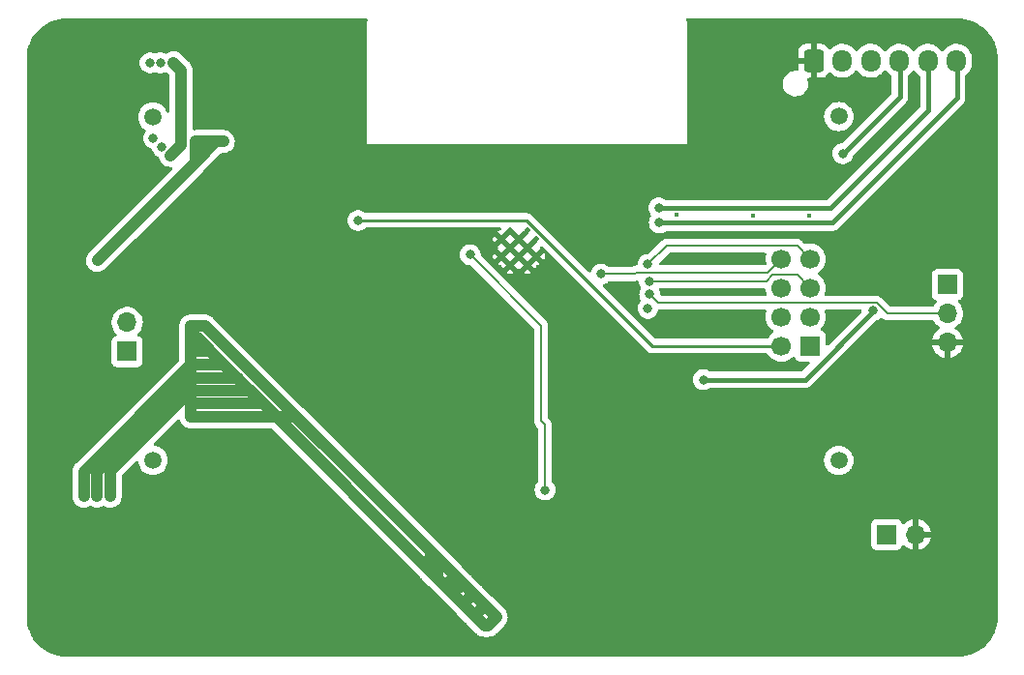
<source format=gbr>
%TF.GenerationSoftware,KiCad,Pcbnew,6.0.8+dfsg-1~bpo11+1*%
%TF.CreationDate,2022-11-14T19:08:56+01:00*%
%TF.ProjectId,Voiture_RC,566f6974-7572-4655-9f52-432e6b696361,rev?*%
%TF.SameCoordinates,Original*%
%TF.FileFunction,Copper,L2,Bot*%
%TF.FilePolarity,Positive*%
%FSLAX46Y46*%
G04 Gerber Fmt 4.6, Leading zero omitted, Abs format (unit mm)*
G04 Created by KiCad (PCBNEW 6.0.8+dfsg-1~bpo11+1) date 2022-11-14 19:08:56*
%MOMM*%
%LPD*%
G01*
G04 APERTURE LIST*
G04 Aperture macros list*
%AMRoundRect*
0 Rectangle with rounded corners*
0 $1 Rounding radius*
0 $2 $3 $4 $5 $6 $7 $8 $9 X,Y pos of 4 corners*
0 Add a 4 corners polygon primitive as box body*
4,1,4,$2,$3,$4,$5,$6,$7,$8,$9,$2,$3,0*
0 Add four circle primitives for the rounded corners*
1,1,$1+$1,$2,$3*
1,1,$1+$1,$4,$5*
1,1,$1+$1,$6,$7*
1,1,$1+$1,$8,$9*
0 Add four rect primitives between the rounded corners*
20,1,$1+$1,$2,$3,$4,$5,0*
20,1,$1+$1,$4,$5,$6,$7,0*
20,1,$1+$1,$6,$7,$8,$9,0*
20,1,$1+$1,$8,$9,$2,$3,0*%
G04 Aperture macros list end*
%TA.AperFunction,ComponentPad*%
%ADD10C,0.475000*%
%TD*%
%TA.AperFunction,ComponentPad*%
%ADD11RoundRect,0.250000X-0.600000X-0.725000X0.600000X-0.725000X0.600000X0.725000X-0.600000X0.725000X0*%
%TD*%
%TA.AperFunction,ComponentPad*%
%ADD12O,1.700000X1.950000*%
%TD*%
%TA.AperFunction,ComponentPad*%
%ADD13R,1.700000X1.700000*%
%TD*%
%TA.AperFunction,ComponentPad*%
%ADD14O,1.700000X1.700000*%
%TD*%
%TA.AperFunction,ComponentPad*%
%ADD15C,1.700000*%
%TD*%
%TA.AperFunction,ViaPad*%
%ADD16C,0.400000*%
%TD*%
%TA.AperFunction,ViaPad*%
%ADD17C,1.500000*%
%TD*%
%TA.AperFunction,ViaPad*%
%ADD18C,0.800000*%
%TD*%
%TA.AperFunction,Conductor*%
%ADD19C,0.200000*%
%TD*%
%TA.AperFunction,Conductor*%
%ADD20C,0.400000*%
%TD*%
%TA.AperFunction,Conductor*%
%ADD21C,1.000000*%
%TD*%
%TA.AperFunction,Conductor*%
%ADD22C,0.250000*%
%TD*%
G04 APERTURE END LIST*
D10*
%TO.P,U1,39,GND*%
%TO.N,GND*%
X113145000Y-58077500D03*
X112382500Y-57315000D03*
X110857500Y-60365000D03*
X110857500Y-57315000D03*
X113145000Y-59602500D03*
X111620000Y-58077500D03*
X112382500Y-58840000D03*
X110857500Y-58840000D03*
X112382500Y-60365000D03*
X111620000Y-59602500D03*
X110095000Y-58077500D03*
X110095000Y-59602500D03*
%TD*%
D11*
%TO.P,Prog1,1,Pin_1*%
%TO.N,GND*%
X137400000Y-42475000D03*
D12*
%TO.P,Prog1,2,Pin_2*%
%TO.N,unconnected-(Prog1-Pad2)*%
X139900000Y-42475000D03*
%TO.P,Prog1,3,Pin_3*%
%TO.N,/GPIO_0_boot_0*%
X142400000Y-42475000D03*
%TO.P,Prog1,4,Pin_4*%
%TO.N,/RST*%
X144900000Y-42475000D03*
%TO.P,Prog1,5,Pin_5*%
%TO.N,/Tx0_GPIO_1*%
X147400000Y-42475000D03*
%TO.P,Prog1,6,Pin_6*%
%TO.N,/Rx0_GPIO_3*%
X149900000Y-42475000D03*
%TD*%
D13*
%TO.P,J2,1,Pin_1*%
%TO.N,Net-(J2-Pad1)*%
X77350000Y-67925000D03*
D14*
%TO.P,J2,2,Pin_2*%
%TO.N,Net-(J2-Pad2)*%
X77350000Y-65385000D03*
%TD*%
D13*
%TO.P,J1,1,Pin_1*%
%TO.N,+3V3*%
X149100000Y-62060000D03*
D14*
%TO.P,J1,2,Pin_2*%
%TO.N,/GPIO_5_direction*%
X149100000Y-64600000D03*
%TO.P,J1,3,Pin_3*%
%TO.N,GND*%
X149100000Y-67140000D03*
%TD*%
D13*
%TO.P,Batt1,1,Pin_1*%
%TO.N,+BATT*%
X143775000Y-83950000D03*
D14*
%TO.P,Batt1,2,Pin_2*%
%TO.N,GND*%
X146315000Y-83950000D03*
%TD*%
D13*
%TO.P,J3,1,Pin_1*%
%TO.N,GND*%
X137100000Y-67450000D03*
D15*
%TO.P,J3,2,Pin_2*%
%TO.N,+3V3*%
X134560000Y-67450000D03*
%TO.P,J3,3,Pin_3*%
%TO.N,/CE*%
X137100000Y-64910000D03*
%TO.P,J3,4,Pin_4*%
%TO.N,/CSN*%
X134560000Y-64910000D03*
%TO.P,J3,5,Pin_5*%
%TO.N,/SCK*%
X137100000Y-62370000D03*
%TO.P,J3,6,Pin_6*%
%TO.N,/MOSI*%
X134560000Y-62370000D03*
%TO.P,J3,7,Pin_7*%
%TO.N,/MISO*%
X137100000Y-59830000D03*
%TO.P,J3,8,Pin_8*%
%TO.N,/IRQ*%
X134560000Y-59830000D03*
%TD*%
D16*
%TO.N,GND*%
X114900000Y-93950000D03*
X115750000Y-92650000D03*
X112200000Y-92800000D03*
X92800000Y-44600000D03*
X91500000Y-52500000D03*
X99900000Y-62200000D03*
X108650000Y-59500000D03*
X107500000Y-62050000D03*
X123200000Y-51700000D03*
X130650000Y-49150000D03*
X136650000Y-48850000D03*
X133000000Y-47850000D03*
X131350000Y-43450000D03*
X128050000Y-43550000D03*
X128450000Y-47450000D03*
X148500000Y-54950000D03*
%TO.N,*%
X125400000Y-55950000D03*
%TO.N,GND*%
X133400000Y-53450000D03*
X131650000Y-51750000D03*
X135500000Y-51950000D03*
X138950000Y-52500000D03*
X136850000Y-53550000D03*
X130150000Y-53350000D03*
X126900000Y-52000000D03*
X141250000Y-51350000D03*
X150250000Y-49150000D03*
X146250000Y-44800000D03*
X145900000Y-46750000D03*
X144000000Y-48550000D03*
X146550000Y-51250000D03*
X144500000Y-59100000D03*
X144100000Y-55950000D03*
X144050000Y-53650000D03*
X132100000Y-56050000D03*
X137000000Y-56050000D03*
X137000000Y-57800000D03*
X140750000Y-59700000D03*
X139700000Y-60050000D03*
X139200000Y-58000000D03*
X141250000Y-56700000D03*
X141150000Y-62300000D03*
X139500000Y-62300000D03*
X140750000Y-64850000D03*
X139500000Y-65900000D03*
X139500000Y-64600000D03*
X144500000Y-62850000D03*
X145800000Y-62750000D03*
X151100000Y-71800000D03*
X143150000Y-70750000D03*
X146600000Y-67400000D03*
X147300000Y-72550000D03*
X142050000Y-74000000D03*
X142950000Y-66150000D03*
X138700000Y-70550000D03*
X137600000Y-75800000D03*
X137400000Y-73700000D03*
X145200000Y-78200000D03*
X138350000Y-79950000D03*
X141950000Y-83250000D03*
X138700000Y-85300000D03*
X140100000Y-82150000D03*
X146700000Y-80700000D03*
X148800000Y-83400000D03*
X150350000Y-86750000D03*
X144850000Y-90500000D03*
X134400000Y-89150000D03*
X139750000Y-89750000D03*
X144450000Y-86950000D03*
X129600000Y-78650000D03*
X131600000Y-77450000D03*
X134250000Y-75600000D03*
X134300000Y-77800000D03*
X133600000Y-81700000D03*
X121550000Y-90950000D03*
X131450000Y-91850000D03*
X132200000Y-86000000D03*
X133750000Y-86050000D03*
X134100000Y-84750000D03*
X131700000Y-84600000D03*
X129050000Y-88100000D03*
X123700000Y-88750000D03*
X107900000Y-84600000D03*
X114250000Y-84150000D03*
X114750000Y-86200000D03*
X112300000Y-90250000D03*
X114950000Y-90600000D03*
X118600000Y-87600000D03*
X121900000Y-83350000D03*
X119550000Y-80350000D03*
X112350000Y-81500000D03*
X127600000Y-84550000D03*
X127350000Y-81450000D03*
X125450000Y-79100000D03*
X127600000Y-77600000D03*
X129600000Y-75800000D03*
X131700000Y-73800000D03*
X133950000Y-71900000D03*
X134650000Y-69150000D03*
X123150000Y-74000000D03*
X124150000Y-71150000D03*
X128900000Y-71800000D03*
X126500000Y-72850000D03*
X123600000Y-76900000D03*
X121000000Y-77300000D03*
X115300000Y-77350000D03*
X112050000Y-77250000D03*
X119800000Y-75900000D03*
X120700000Y-72050000D03*
X120800000Y-69100000D03*
X125250000Y-68900000D03*
X128350000Y-66550000D03*
X131800000Y-66650000D03*
X131500000Y-68800000D03*
X127650000Y-68800000D03*
X124050000Y-66550000D03*
X131600000Y-62700000D03*
X128150000Y-62750000D03*
X125050000Y-62800000D03*
X127350000Y-59900000D03*
X130400000Y-59850000D03*
X124450000Y-60150000D03*
X128150000Y-57850000D03*
X122900000Y-53850000D03*
X124500000Y-53700000D03*
X122850000Y-58500000D03*
X105650000Y-57650000D03*
X108650000Y-57750000D03*
X110150000Y-55250000D03*
X113650000Y-55300000D03*
X117750000Y-55150000D03*
X118950000Y-58300000D03*
X112150000Y-52650000D03*
X108850000Y-51450000D03*
X114150000Y-51400000D03*
X118500000Y-50250000D03*
X119350000Y-52750000D03*
X116050000Y-57850000D03*
X110350000Y-67700000D03*
X112150000Y-67750000D03*
X116950000Y-64600000D03*
X116050000Y-67400000D03*
X118200000Y-67700000D03*
X119250000Y-65700000D03*
X115550000Y-62100000D03*
X114150000Y-63800000D03*
X111950000Y-66700000D03*
X104850000Y-70550000D03*
X112200000Y-62200000D03*
X109300000Y-64650000D03*
X105650000Y-64150000D03*
X105650000Y-59500000D03*
X105700000Y-51800000D03*
X105700000Y-55400000D03*
X109600000Y-88250000D03*
X108500000Y-81700000D03*
X106250000Y-84100000D03*
X104150000Y-91250000D03*
X98650000Y-90850000D03*
X101600000Y-88050000D03*
X93800000Y-90300000D03*
X98800000Y-85350000D03*
X102400000Y-81150000D03*
X107750000Y-77250000D03*
X105500000Y-74550000D03*
X102350000Y-76250000D03*
X101400000Y-68550000D03*
X99700000Y-72650000D03*
X101800000Y-64300000D03*
X94700000Y-71350000D03*
X98100000Y-64350000D03*
X101050000Y-60150000D03*
X98500000Y-59600000D03*
X91750000Y-56550000D03*
X93050000Y-48450000D03*
X94200000Y-53750000D03*
X95750000Y-57150000D03*
X98300000Y-55200000D03*
X101650000Y-55400000D03*
X101550000Y-53950000D03*
X97150000Y-53900000D03*
X101100000Y-51050000D03*
X97000000Y-48100000D03*
X97000000Y-42750000D03*
X97000000Y-40350000D03*
X87550000Y-51200000D03*
X87550000Y-46550000D03*
X89500000Y-68400000D03*
X93000000Y-69400000D03*
X95650000Y-64750000D03*
X91600000Y-64850000D03*
X92850000Y-62100000D03*
X88200000Y-63100000D03*
X87600000Y-66450000D03*
X85300000Y-63550000D03*
X85350000Y-59700000D03*
X97850000Y-70500000D03*
X99600000Y-78200000D03*
X96400000Y-75400000D03*
X94700000Y-73900000D03*
X92600000Y-82150000D03*
X89000000Y-80200000D03*
X89150000Y-82450000D03*
X91300000Y-86600000D03*
X93550000Y-85350000D03*
X95150000Y-83850000D03*
X95750000Y-81700000D03*
X93100000Y-79150000D03*
X88150000Y-77250000D03*
X90300000Y-75500000D03*
X87000000Y-75050000D03*
X88650000Y-86750000D03*
X87050000Y-89550000D03*
X87250000Y-91600000D03*
X75700000Y-91650000D03*
X77900000Y-91650000D03*
X80000000Y-91700000D03*
X80100000Y-89850000D03*
X77900000Y-89850000D03*
X75550000Y-89900000D03*
X73150000Y-89450000D03*
X72400000Y-90900000D03*
X71150000Y-88650000D03*
X71050000Y-86900000D03*
X80700000Y-75650000D03*
X81750000Y-74550000D03*
X80300000Y-79700000D03*
X81500000Y-79150000D03*
X75100000Y-84450000D03*
X75250000Y-86950000D03*
X76700000Y-87150000D03*
X78950000Y-86050000D03*
X79950000Y-87200000D03*
X74000000Y-85850000D03*
X75150000Y-82450000D03*
X74350000Y-82500000D03*
X71700000Y-78550000D03*
X72850000Y-74950000D03*
X75050000Y-74200000D03*
X73850000Y-72000000D03*
X73400000Y-68600000D03*
X71600000Y-72550000D03*
X71400000Y-70100000D03*
X71600000Y-66750000D03*
X75650000Y-71400000D03*
X75050000Y-69300000D03*
X74900000Y-66500000D03*
X80200000Y-65300000D03*
X79350000Y-61550000D03*
X77950000Y-62500000D03*
X79300000Y-65750000D03*
X79350000Y-68100000D03*
X78600000Y-70950000D03*
X79950000Y-69650000D03*
X81200000Y-68700000D03*
X81450000Y-66400000D03*
X81600000Y-64350000D03*
X80450000Y-59700000D03*
X81500000Y-61850000D03*
X75950000Y-61600000D03*
X77500000Y-59900000D03*
X71450000Y-64850000D03*
X73250000Y-61650000D03*
X71200000Y-59000000D03*
X71300000Y-55250000D03*
X73700000Y-58400000D03*
X75050000Y-57000000D03*
X76450000Y-56000000D03*
X79050000Y-58650000D03*
X68900000Y-53300000D03*
X68900000Y-55600000D03*
X68900000Y-57900000D03*
X68900000Y-60150000D03*
X68900000Y-62450000D03*
X68900000Y-64750000D03*
X68900000Y-67000000D03*
X68900000Y-69300000D03*
X68900000Y-71600000D03*
X68900000Y-73850000D03*
X68900000Y-76150000D03*
X68900000Y-78450000D03*
X68900000Y-80700000D03*
X68900000Y-83000000D03*
X68900000Y-85250000D03*
X68900000Y-87550000D03*
X68900000Y-89850000D03*
X69500000Y-92450000D03*
X71350000Y-94100000D03*
X75200000Y-94100000D03*
X79050000Y-94100000D03*
X82900000Y-94100000D03*
X86800000Y-94100000D03*
X90650000Y-94100000D03*
X94550000Y-93850000D03*
X98400000Y-93850000D03*
X102300000Y-93850000D03*
X106150000Y-93850000D03*
X110000000Y-93850000D03*
X119350000Y-93850000D03*
X123250000Y-93850000D03*
X127100000Y-93850000D03*
X130950000Y-93850000D03*
X134800000Y-93850000D03*
X138700000Y-93850000D03*
X142550000Y-93850000D03*
X146400000Y-93850000D03*
X150300000Y-93900000D03*
X152500000Y-92300000D03*
X152500000Y-90050000D03*
X152500000Y-87750000D03*
X152500000Y-85450000D03*
X152500000Y-83200000D03*
X152500000Y-80900000D03*
X152500000Y-78600000D03*
X152500000Y-76350000D03*
X152500000Y-74050000D03*
X152500000Y-71750000D03*
X152500000Y-69500000D03*
X152500000Y-67200000D03*
X152500000Y-64900000D03*
X152500000Y-62650000D03*
X152500000Y-60350000D03*
X152500000Y-58050000D03*
X152500000Y-55800000D03*
X152500000Y-53500000D03*
X152500000Y-51200000D03*
X152500000Y-48950000D03*
X152500000Y-46650000D03*
X152500000Y-44350000D03*
X152500000Y-42100000D03*
X148650000Y-39800000D03*
X144800000Y-39800000D03*
X140900000Y-39800000D03*
X137050000Y-39800000D03*
X133200000Y-39800000D03*
X129300000Y-39800000D03*
X94550000Y-39800000D03*
X86800000Y-39800000D03*
X90700000Y-39800000D03*
X82950000Y-39800000D03*
X85000000Y-44150000D03*
X85950000Y-44150000D03*
X83600000Y-45400000D03*
X80600000Y-44150000D03*
X69200000Y-48150000D03*
X69850000Y-45100000D03*
X76350000Y-43900000D03*
X77200000Y-39950000D03*
X70250000Y-40400000D03*
X68900000Y-51900000D03*
X71300000Y-52850000D03*
X73300000Y-52700000D03*
X78000000Y-52600000D03*
X78900000Y-50900000D03*
X78900000Y-53600000D03*
X80250000Y-52200000D03*
X82150000Y-54800000D03*
X83200000Y-53550000D03*
X73800000Y-48650000D03*
D17*
%TO.N,*%
X79600000Y-77450000D03*
X139600000Y-77450000D03*
X139600000Y-47350000D03*
X79600000Y-47400000D03*
D18*
%TO.N,+BATT*%
X82915000Y-65685000D03*
X82915000Y-72485000D03*
X104975000Y-86525000D03*
X107625000Y-89175000D03*
X108600000Y-90150000D03*
X109625000Y-91175000D03*
X75855000Y-80595000D03*
X82915000Y-71335000D03*
X82915000Y-67885000D03*
X82915000Y-66735000D03*
X104150000Y-85700000D03*
X105850000Y-87400000D03*
X74705000Y-80595000D03*
X82915000Y-73635000D03*
X82915000Y-69085000D03*
X106700000Y-88250000D03*
X82915000Y-70285000D03*
X73555000Y-80595000D03*
%TO.N,+3V3*%
X97550000Y-56450000D03*
%TO.N,/RST*%
X107350000Y-59450000D03*
X113900000Y-80050000D03*
X139950000Y-50600000D03*
%TO.N,/GPIO_5_direction*%
X123050000Y-62900000D03*
%TO.N,Net-(J2-Pad2)*%
X83315000Y-51285000D03*
X84585000Y-49565000D03*
X74742500Y-59942500D03*
X83315000Y-49585000D03*
X76467500Y-58217500D03*
X85755000Y-49545000D03*
X77235000Y-57450000D03*
X75617500Y-59067500D03*
%TO.N,/CE*%
X122900000Y-64150000D03*
%TO.N,/SCK*%
X123000000Y-61750000D03*
%TO.N,/MISO*%
X122900000Y-60300000D03*
%TO.N,/IRQ*%
X118800000Y-61150000D03*
%TO.N,/GPIO_0_boot_0*%
X142600000Y-64350000D03*
X127750000Y-70400000D03*
%TO.N,/Tx0_GPIO_1*%
X123850000Y-55350000D03*
%TO.N,/Rx0_GPIO_3*%
X123900000Y-56650000D03*
%TO.N,Net-(Q5-Pad4)*%
X80250000Y-42650000D03*
X79350000Y-42650000D03*
X81400000Y-42650000D03*
X81141250Y-50758750D03*
X79641250Y-49258750D03*
X80391250Y-50008750D03*
%TD*%
D19*
%TO.N,/GPIO_5_direction*%
X123050000Y-62900000D02*
X123800000Y-63650000D01*
X123800000Y-63650000D02*
X142889950Y-63650000D01*
X142889950Y-63650000D02*
X143839950Y-64600000D01*
X143839950Y-64600000D02*
X149100000Y-64600000D01*
D20*
%TO.N,/Rx0_GPIO_3*%
X123900000Y-56650000D02*
X139025000Y-56650000D01*
X139025000Y-56650000D02*
X149950000Y-45725000D01*
X149950000Y-42525000D02*
X149900000Y-42475000D01*
X149950000Y-45725000D02*
X149950000Y-42525000D01*
%TO.N,/Tx0_GPIO_1*%
X123850000Y-55350000D02*
X138900000Y-55350000D01*
X138900000Y-55350000D02*
X147450000Y-46800000D01*
X147450000Y-46800000D02*
X147450000Y-42525000D01*
X147450000Y-42525000D02*
X147400000Y-42475000D01*
%TO.N,/RST*%
X139950000Y-50600000D02*
X144950000Y-45600000D01*
X144950000Y-45600000D02*
X144950000Y-42525000D01*
X144950000Y-42525000D02*
X144900000Y-42475000D01*
D21*
%TO.N,+BATT*%
X73555000Y-80595000D02*
X73555000Y-78445000D01*
X73555000Y-78445000D02*
X82915000Y-69085000D01*
X74705000Y-80595000D02*
X74705000Y-78495000D01*
X74705000Y-78495000D02*
X82915000Y-70285000D01*
X75855000Y-80595000D02*
X75855000Y-78395000D01*
X75855000Y-78395000D02*
X82915000Y-71335000D01*
%TO.N,Net-(Q5-Pad4)*%
X81400000Y-42650000D02*
X82050000Y-43300000D01*
X82050000Y-43300000D02*
X82050000Y-49850000D01*
X82050000Y-49850000D02*
X81141250Y-50758750D01*
%TO.N,+BATT*%
X84135000Y-65685000D02*
X97100000Y-78650000D01*
X107725000Y-90975000D02*
X108650000Y-91900000D01*
X104975000Y-86525000D02*
X104500000Y-87000000D01*
X104500000Y-87000000D02*
X104500000Y-87750000D01*
X82915000Y-71335000D02*
X88085000Y-71335000D01*
X84635000Y-67885000D02*
X85800000Y-69050000D01*
X82915000Y-72485000D02*
X89235000Y-72485000D01*
X108600000Y-90150000D02*
X107775000Y-90975000D01*
X103850000Y-86000000D02*
X103850000Y-87100000D01*
X106900000Y-90150000D02*
X107725000Y-90975000D01*
X87075000Y-70325000D02*
X88825000Y-72075000D01*
X106900000Y-89900000D02*
X106900000Y-90150000D01*
X88085000Y-71335000D02*
X88825000Y-72075000D01*
X107625000Y-89175000D02*
X106900000Y-89900000D01*
X97100000Y-78650000D02*
X92085000Y-73635000D01*
X82915000Y-65685000D02*
X82915000Y-73635000D01*
X105875000Y-89125000D02*
X106900000Y-90150000D01*
X89235000Y-72485000D02*
X90000000Y-73250000D01*
X103850000Y-87100000D02*
X104500000Y-87750000D01*
X85800000Y-69050000D02*
X87075000Y-70325000D01*
X82915000Y-67885000D02*
X84635000Y-67885000D01*
X106700000Y-88250000D02*
X105875000Y-89075000D01*
X82915000Y-65685000D02*
X84135000Y-65685000D01*
X82915000Y-69085000D02*
X85765000Y-69085000D01*
X105850000Y-87400000D02*
X105850000Y-87750000D01*
X82915000Y-66735000D02*
X83485000Y-66735000D01*
X109625000Y-91175000D02*
X97100000Y-78650000D01*
X88825000Y-72075000D02*
X90000000Y-73250000D01*
X82915000Y-70285000D02*
X87035000Y-70285000D01*
X105850000Y-87750000D02*
X105175000Y-88425000D01*
X107775000Y-90975000D02*
X107725000Y-90975000D01*
X83485000Y-66735000D02*
X85800000Y-69050000D01*
X87035000Y-70285000D02*
X87075000Y-70325000D01*
X85765000Y-69085000D02*
X85800000Y-69050000D01*
X108900000Y-91900000D02*
X109625000Y-91175000D01*
X82915000Y-72485000D02*
X82815000Y-72485000D01*
X104150000Y-85700000D02*
X103850000Y-86000000D01*
X90000000Y-73250000D02*
X103850000Y-87100000D01*
X108650000Y-91900000D02*
X108900000Y-91900000D01*
X105175000Y-88425000D02*
X105875000Y-89125000D01*
X104500000Y-87750000D02*
X105175000Y-88425000D01*
X105875000Y-89075000D02*
X105875000Y-89125000D01*
X92085000Y-73635000D02*
X82915000Y-73635000D01*
D22*
%TO.N,+3V3*%
X123312996Y-67450000D02*
X134560000Y-67450000D01*
X112312996Y-56450000D02*
X123312996Y-67450000D01*
X97550000Y-56450000D02*
X112312996Y-56450000D01*
D19*
%TO.N,/RST*%
X113550000Y-65650000D02*
X107350000Y-59450000D01*
X113550000Y-74000000D02*
X113550000Y-65650000D01*
X113900000Y-80050000D02*
X113900000Y-74350000D01*
X113900000Y-74350000D02*
X113550000Y-74000000D01*
D21*
%TO.N,Net-(J2-Pad2)*%
X85755000Y-49545000D02*
X83355000Y-49545000D01*
X83315000Y-51370000D02*
X83315000Y-51285000D01*
X83315000Y-50835000D02*
X84585000Y-49565000D01*
X83315000Y-49585000D02*
X83315000Y-51285000D01*
X74742500Y-59942500D02*
X83315000Y-51370000D01*
X83355000Y-49545000D02*
X83315000Y-49585000D01*
X85140000Y-49545000D02*
X83315000Y-51370000D01*
X85755000Y-49545000D02*
X85140000Y-49545000D01*
X83315000Y-51285000D02*
X83315000Y-50835000D01*
D19*
%TO.N,/SCK*%
X135950000Y-61220000D02*
X137100000Y-62370000D01*
X123000000Y-61750000D02*
X133266346Y-61750000D01*
X133266346Y-61750000D02*
X133796346Y-61220000D01*
X133796346Y-61220000D02*
X135950000Y-61220000D01*
%TO.N,/MISO*%
X122900000Y-60300000D02*
X124520000Y-58680000D01*
X124520000Y-58680000D02*
X135950000Y-58680000D01*
X135950000Y-58680000D02*
X137100000Y-59830000D01*
%TO.N,/IRQ*%
X121889950Y-61000000D02*
X133390000Y-61000000D01*
X118800000Y-61150000D02*
X121739950Y-61150000D01*
X121739950Y-61150000D02*
X121889950Y-61000000D01*
X133390000Y-61000000D02*
X134560000Y-59830000D01*
D20*
%TO.N,/GPIO_0_boot_0*%
X136650000Y-70400000D02*
X142600000Y-64450000D01*
X142600000Y-64450000D02*
X142600000Y-64350000D01*
X127750000Y-70400000D02*
X136650000Y-70400000D01*
%TO.N,/Rx0_GPIO_3*%
X123900000Y-56650000D02*
X123750000Y-56650000D01*
%TD*%
%TA.AperFunction,Conductor*%
%TO.N,GND*%
G36*
X98332361Y-38778502D02*
G01*
X98378854Y-38832158D01*
X98388958Y-38902432D01*
X98359464Y-38967012D01*
X98308135Y-39000000D01*
X98300000Y-39000000D01*
X98300000Y-49780000D01*
X126300000Y-49780000D01*
X126300000Y-47350000D01*
X138316616Y-47350000D01*
X138336113Y-47572857D01*
X138394014Y-47788943D01*
X138419654Y-47843928D01*
X138486231Y-47986705D01*
X138486234Y-47986710D01*
X138488557Y-47991692D01*
X138616871Y-48174943D01*
X138775057Y-48333129D01*
X138779565Y-48336286D01*
X138779568Y-48336288D01*
X138840899Y-48379232D01*
X138958308Y-48461443D01*
X138963290Y-48463766D01*
X138963295Y-48463769D01*
X139065534Y-48511443D01*
X139161057Y-48555986D01*
X139377143Y-48613887D01*
X139600000Y-48633384D01*
X139822857Y-48613887D01*
X140038943Y-48555986D01*
X140134466Y-48511443D01*
X140236705Y-48463769D01*
X140236710Y-48463766D01*
X140241692Y-48461443D01*
X140359101Y-48379232D01*
X140420432Y-48336288D01*
X140420435Y-48336286D01*
X140424943Y-48333129D01*
X140583129Y-48174943D01*
X140711443Y-47991692D01*
X140713766Y-47986710D01*
X140713769Y-47986705D01*
X140780346Y-47843928D01*
X140805986Y-47788943D01*
X140863887Y-47572857D01*
X140883384Y-47350000D01*
X140863887Y-47127143D01*
X140805986Y-46911057D01*
X140737084Y-46763295D01*
X140713769Y-46713295D01*
X140713766Y-46713290D01*
X140711443Y-46708308D01*
X140621298Y-46579568D01*
X140586288Y-46529568D01*
X140586286Y-46529565D01*
X140583129Y-46525057D01*
X140424943Y-46366871D01*
X140420435Y-46363714D01*
X140420432Y-46363712D01*
X140252954Y-46246443D01*
X140241692Y-46238557D01*
X140236710Y-46236234D01*
X140236705Y-46236231D01*
X140052423Y-46150300D01*
X140038943Y-46144014D01*
X139822857Y-46086113D01*
X139600000Y-46066616D01*
X139377143Y-46086113D01*
X139161057Y-46144014D01*
X139147577Y-46150300D01*
X138963295Y-46236231D01*
X138963290Y-46236234D01*
X138958308Y-46238557D01*
X138947046Y-46246443D01*
X138779568Y-46363712D01*
X138779565Y-46363714D01*
X138775057Y-46366871D01*
X138616871Y-46525057D01*
X138613714Y-46529565D01*
X138613712Y-46529568D01*
X138578702Y-46579568D01*
X138488557Y-46708308D01*
X138486234Y-46713290D01*
X138486231Y-46713295D01*
X138462916Y-46763295D01*
X138394014Y-46911057D01*
X138336113Y-47127143D01*
X138316616Y-47350000D01*
X126300000Y-47350000D01*
X126300000Y-44420604D01*
X134687787Y-44420604D01*
X134697567Y-44631899D01*
X134747125Y-44837534D01*
X134749607Y-44842992D01*
X134749608Y-44842996D01*
X134793053Y-44938546D01*
X134834674Y-45030087D01*
X134957054Y-45202611D01*
X135109850Y-45348881D01*
X135287548Y-45463620D01*
X135293114Y-45465863D01*
X135478168Y-45540442D01*
X135478171Y-45540443D01*
X135483737Y-45542686D01*
X135691337Y-45583228D01*
X135696899Y-45583500D01*
X135852846Y-45583500D01*
X136010566Y-45568452D01*
X136213534Y-45508908D01*
X136218862Y-45506164D01*
X136396249Y-45414804D01*
X136396252Y-45414802D01*
X136401580Y-45412058D01*
X136567920Y-45281396D01*
X136571852Y-45276865D01*
X136571855Y-45276862D01*
X136702621Y-45126167D01*
X136706552Y-45121637D01*
X136709552Y-45116451D01*
X136709555Y-45116447D01*
X136809467Y-44943742D01*
X136812473Y-44938546D01*
X136881861Y-44738729D01*
X136912213Y-44529396D01*
X136902433Y-44318101D01*
X136853129Y-44113520D01*
X136856614Y-44042610D01*
X136897883Y-43984840D01*
X136963834Y-43958553D01*
X136975622Y-43958000D01*
X137127885Y-43958000D01*
X137143124Y-43953525D01*
X137144329Y-43952135D01*
X137146000Y-43944452D01*
X137146000Y-42747115D01*
X137141525Y-42731876D01*
X137140135Y-42730671D01*
X137132452Y-42729000D01*
X136060116Y-42729000D01*
X136044877Y-42733475D01*
X136043672Y-42734865D01*
X136042001Y-42742548D01*
X136042001Y-43241066D01*
X136021999Y-43309187D01*
X135968343Y-43355680D01*
X135908754Y-43364910D01*
X135908663Y-43366772D01*
X135904643Y-43366575D01*
X135904626Y-43366575D01*
X135903101Y-43366500D01*
X135747154Y-43366500D01*
X135589434Y-43381548D01*
X135386466Y-43441092D01*
X135381139Y-43443836D01*
X135381138Y-43443836D01*
X135203751Y-43535196D01*
X135203748Y-43535198D01*
X135198420Y-43537942D01*
X135032080Y-43668604D01*
X135028148Y-43673135D01*
X135028145Y-43673138D01*
X134951753Y-43761172D01*
X134893448Y-43828363D01*
X134890448Y-43833549D01*
X134890445Y-43833553D01*
X134818451Y-43958000D01*
X134787527Y-44011454D01*
X134718139Y-44211271D01*
X134687787Y-44420604D01*
X126300000Y-44420604D01*
X126300000Y-42202885D01*
X136042000Y-42202885D01*
X136046475Y-42218124D01*
X136047865Y-42219329D01*
X136055548Y-42221000D01*
X137127885Y-42221000D01*
X137143124Y-42216525D01*
X137144329Y-42215135D01*
X137146000Y-42207452D01*
X137146000Y-41010116D01*
X137141525Y-40994877D01*
X137140135Y-40993672D01*
X137132452Y-40992001D01*
X136752905Y-40992001D01*
X136746386Y-40992338D01*
X136650794Y-41002257D01*
X136637400Y-41005149D01*
X136483216Y-41056588D01*
X136470038Y-41062761D01*
X136332193Y-41148063D01*
X136320792Y-41157099D01*
X136206261Y-41271829D01*
X136197249Y-41283240D01*
X136112184Y-41421243D01*
X136106037Y-41434424D01*
X136054862Y-41588710D01*
X136051995Y-41602086D01*
X136042328Y-41696438D01*
X136042000Y-41702855D01*
X136042000Y-42202885D01*
X126300000Y-42202885D01*
X126300000Y-39000000D01*
X126292206Y-39000000D01*
X126269830Y-38980611D01*
X126270534Y-38979799D01*
X126259174Y-38973596D01*
X126225149Y-38911284D01*
X126230213Y-38840468D01*
X126272759Y-38783632D01*
X126339279Y-38758821D01*
X126348269Y-38758500D01*
X149950633Y-38758500D01*
X149970018Y-38760000D01*
X149984852Y-38762310D01*
X149984855Y-38762310D01*
X149993724Y-38763691D01*
X150002627Y-38762527D01*
X150002628Y-38762527D01*
X150013076Y-38761161D01*
X150035594Y-38760249D01*
X150336051Y-38775010D01*
X150348345Y-38776221D01*
X150675034Y-38824680D01*
X150687156Y-38827090D01*
X150707387Y-38832158D01*
X151007523Y-38907339D01*
X151019355Y-38910928D01*
X151330311Y-39022190D01*
X151341735Y-39026922D01*
X151505870Y-39104552D01*
X151640292Y-39168128D01*
X151651188Y-39173953D01*
X151792101Y-39258412D01*
X151934467Y-39343744D01*
X151944748Y-39350614D01*
X152015517Y-39403099D01*
X152210017Y-39547350D01*
X152219556Y-39555177D01*
X152464282Y-39776985D01*
X152473015Y-39785718D01*
X152694823Y-40030444D01*
X152702650Y-40039983D01*
X152846901Y-40234483D01*
X152899386Y-40305252D01*
X152906256Y-40315533D01*
X153076045Y-40598807D01*
X153081872Y-40609708D01*
X153145448Y-40744130D01*
X153223078Y-40908265D01*
X153227810Y-40919689D01*
X153339072Y-41230645D01*
X153342661Y-41242477D01*
X153422909Y-41562841D01*
X153425320Y-41574966D01*
X153468011Y-41862763D01*
X153473779Y-41901650D01*
X153474990Y-41913949D01*
X153485389Y-42125591D01*
X153489390Y-42207034D01*
X153488042Y-42232598D01*
X153486309Y-42243724D01*
X153488136Y-42257693D01*
X153490436Y-42275283D01*
X153491500Y-42291621D01*
X153491500Y-91100633D01*
X153490000Y-91120018D01*
X153487691Y-91134851D01*
X153486309Y-91143724D01*
X153487473Y-91152627D01*
X153487473Y-91152628D01*
X153488839Y-91163076D01*
X153489751Y-91185594D01*
X153475617Y-91473310D01*
X153474991Y-91486045D01*
X153473779Y-91498345D01*
X153426384Y-91817865D01*
X153425321Y-91825031D01*
X153422910Y-91837156D01*
X153409219Y-91891812D01*
X153342661Y-92157523D01*
X153339072Y-92169355D01*
X153227810Y-92480311D01*
X153223078Y-92491735D01*
X153181556Y-92579527D01*
X153084854Y-92783988D01*
X153081874Y-92790288D01*
X153076047Y-92801188D01*
X153008836Y-92913324D01*
X152906256Y-93084467D01*
X152899386Y-93094748D01*
X152702650Y-93360017D01*
X152694823Y-93369556D01*
X152473020Y-93614277D01*
X152464282Y-93623015D01*
X152219556Y-93844823D01*
X152210017Y-93852650D01*
X152015517Y-93996901D01*
X151944748Y-94049386D01*
X151934467Y-94056256D01*
X151792101Y-94141588D01*
X151651188Y-94226047D01*
X151640292Y-94231872D01*
X151505870Y-94295448D01*
X151341735Y-94373078D01*
X151330311Y-94377810D01*
X151019355Y-94489072D01*
X151007523Y-94492661D01*
X150781196Y-94549354D01*
X150687156Y-94572910D01*
X150675034Y-94575320D01*
X150348345Y-94623779D01*
X150336051Y-94624990D01*
X150042961Y-94639390D01*
X150017402Y-94638042D01*
X150006276Y-94636309D01*
X149974714Y-94640436D01*
X149958379Y-94641500D01*
X72053335Y-94641500D01*
X72032395Y-94639748D01*
X72021550Y-94637920D01*
X72021549Y-94637920D01*
X72012696Y-94636428D01*
X72003778Y-94637481D01*
X72003777Y-94637481D01*
X71993239Y-94638725D01*
X71970759Y-94639358D01*
X71789558Y-94628256D01*
X71673175Y-94621125D01*
X71660990Y-94619780D01*
X71337427Y-94568032D01*
X71325422Y-94565507D01*
X71287108Y-94555479D01*
X71008431Y-94482543D01*
X70996743Y-94478867D01*
X70843028Y-94422167D01*
X70689320Y-94365470D01*
X70678032Y-94360670D01*
X70536345Y-94292093D01*
X70383090Y-94217917D01*
X70372336Y-94212050D01*
X70111972Y-94053076D01*
X70092669Y-94041290D01*
X70082523Y-94034395D01*
X69841242Y-93852658D01*
X69820794Y-93837256D01*
X69811389Y-93829427D01*
X69570050Y-93607754D01*
X69561438Y-93599033D01*
X69342816Y-93354962D01*
X69335086Y-93345437D01*
X69143584Y-93084467D01*
X69141235Y-93081267D01*
X69134469Y-93071037D01*
X68967224Y-92789266D01*
X68961484Y-92778425D01*
X68902824Y-92653262D01*
X68822429Y-92481723D01*
X68817775Y-92470387D01*
X68708230Y-92161569D01*
X68704697Y-92149823D01*
X68625704Y-91831833D01*
X68623329Y-91819798D01*
X68609159Y-91723493D01*
X68575630Y-91495617D01*
X68574437Y-91483412D01*
X68573964Y-91473693D01*
X68560465Y-91196731D01*
X68562063Y-91169691D01*
X68562455Y-91167360D01*
X68563264Y-91162552D01*
X68563417Y-91150000D01*
X68559461Y-91122376D01*
X68558188Y-91104515D01*
X68558211Y-87579219D01*
X68558269Y-78441462D01*
X72541626Y-78441462D01*
X72542206Y-78447593D01*
X72545941Y-78487109D01*
X72546500Y-78498967D01*
X72546500Y-80644769D01*
X72546800Y-80647825D01*
X72546800Y-80647832D01*
X72547530Y-80655273D01*
X72560920Y-80791833D01*
X72618084Y-80981169D01*
X72710934Y-81155796D01*
X72781291Y-81242062D01*
X72832040Y-81304287D01*
X72832043Y-81304290D01*
X72835935Y-81309062D01*
X72840682Y-81312989D01*
X72840684Y-81312991D01*
X72983575Y-81431201D01*
X72983579Y-81431203D01*
X72988325Y-81435130D01*
X73162299Y-81529198D01*
X73351232Y-81587682D01*
X73357357Y-81588326D01*
X73357358Y-81588326D01*
X73541796Y-81607711D01*
X73541798Y-81607711D01*
X73547925Y-81608355D01*
X73630424Y-81600847D01*
X73738749Y-81590989D01*
X73738752Y-81590988D01*
X73744888Y-81590430D01*
X73750794Y-81588692D01*
X73750798Y-81588691D01*
X73855924Y-81557751D01*
X73934619Y-81534590D01*
X73940083Y-81531733D01*
X73940089Y-81531731D01*
X74072337Y-81462593D01*
X74141973Y-81448758D01*
X74190643Y-81463418D01*
X74312299Y-81529198D01*
X74501232Y-81587682D01*
X74507357Y-81588326D01*
X74507358Y-81588326D01*
X74691796Y-81607711D01*
X74691798Y-81607711D01*
X74697925Y-81608355D01*
X74780424Y-81600847D01*
X74888749Y-81590989D01*
X74888752Y-81590988D01*
X74894888Y-81590430D01*
X74900794Y-81588692D01*
X74900798Y-81588691D01*
X75005924Y-81557751D01*
X75084619Y-81534590D01*
X75090083Y-81531733D01*
X75090089Y-81531731D01*
X75222337Y-81462593D01*
X75291973Y-81448758D01*
X75340643Y-81463418D01*
X75462299Y-81529198D01*
X75651232Y-81587682D01*
X75657357Y-81588326D01*
X75657358Y-81588326D01*
X75841796Y-81607711D01*
X75841798Y-81607711D01*
X75847925Y-81608355D01*
X75930424Y-81600847D01*
X76038749Y-81590989D01*
X76038752Y-81590988D01*
X76044888Y-81590430D01*
X76050794Y-81588692D01*
X76050798Y-81588691D01*
X76155924Y-81557751D01*
X76234619Y-81534590D01*
X76240077Y-81531737D01*
X76240081Y-81531735D01*
X76330853Y-81484280D01*
X76409890Y-81442960D01*
X76564025Y-81319032D01*
X76691154Y-81167526D01*
X76694121Y-81162128D01*
X76694125Y-81162123D01*
X76783467Y-80999608D01*
X76786433Y-80994213D01*
X76788846Y-80986608D01*
X76844373Y-80811564D01*
X76844373Y-80811563D01*
X76846235Y-80805694D01*
X76863500Y-80651773D01*
X76863500Y-78864925D01*
X76883502Y-78796804D01*
X76900405Y-78775830D01*
X78118279Y-77557956D01*
X78180591Y-77523930D01*
X78251406Y-77528995D01*
X78308242Y-77571542D01*
X78332895Y-77636070D01*
X78336113Y-77672857D01*
X78394014Y-77888943D01*
X78396339Y-77893928D01*
X78486231Y-78086705D01*
X78486234Y-78086710D01*
X78488557Y-78091692D01*
X78560244Y-78194072D01*
X78599990Y-78250834D01*
X78616871Y-78274943D01*
X78775057Y-78433129D01*
X78779565Y-78436286D01*
X78779568Y-78436288D01*
X78852148Y-78487109D01*
X78958308Y-78561443D01*
X78963290Y-78563766D01*
X78963295Y-78563769D01*
X79066177Y-78611743D01*
X79161057Y-78655986D01*
X79377143Y-78713887D01*
X79600000Y-78733384D01*
X79822857Y-78713887D01*
X80038943Y-78655986D01*
X80133823Y-78611743D01*
X80236705Y-78563769D01*
X80236710Y-78563766D01*
X80241692Y-78561443D01*
X80347852Y-78487109D01*
X80420432Y-78436288D01*
X80420435Y-78436286D01*
X80424943Y-78433129D01*
X80583129Y-78274943D01*
X80600011Y-78250834D01*
X80639756Y-78194072D01*
X80711443Y-78091692D01*
X80713766Y-78086710D01*
X80713769Y-78086705D01*
X80803661Y-77893928D01*
X80805986Y-77888943D01*
X80863887Y-77672857D01*
X80883384Y-77450000D01*
X80863887Y-77227143D01*
X80805986Y-77011057D01*
X80761743Y-76916177D01*
X80713769Y-76813295D01*
X80713766Y-76813290D01*
X80711443Y-76808308D01*
X80583129Y-76625057D01*
X80424943Y-76466871D01*
X80420435Y-76463714D01*
X80420432Y-76463712D01*
X80344072Y-76410244D01*
X80241692Y-76338557D01*
X80236710Y-76336234D01*
X80236705Y-76336231D01*
X80133823Y-76288257D01*
X80038943Y-76244014D01*
X79822857Y-76186113D01*
X79786069Y-76182895D01*
X79719952Y-76157033D01*
X79678311Y-76099530D01*
X79674370Y-76028642D01*
X79707955Y-75968279D01*
X81754002Y-73922232D01*
X81816314Y-73888206D01*
X81887129Y-73893271D01*
X81943965Y-73935818D01*
X81963970Y-73975752D01*
X81973668Y-74008701D01*
X81975410Y-74014619D01*
X81977058Y-74017772D01*
X81978084Y-74021169D01*
X81980971Y-74026599D01*
X81980972Y-74026601D01*
X82022669Y-74105022D01*
X82023016Y-74105681D01*
X82067040Y-74189890D01*
X82069265Y-74192658D01*
X82070934Y-74195796D01*
X82074831Y-74200574D01*
X82130941Y-74269372D01*
X82131494Y-74270056D01*
X82187102Y-74339218D01*
X82187108Y-74339224D01*
X82190968Y-74344025D01*
X82193689Y-74346308D01*
X82195935Y-74349062D01*
X82269136Y-74409619D01*
X82269671Y-74410065D01*
X82290371Y-74427434D01*
X82321378Y-74453452D01*
X82342474Y-74471154D01*
X82345589Y-74472866D01*
X82348325Y-74475130D01*
X82353746Y-74478061D01*
X82431865Y-74520300D01*
X82432603Y-74520702D01*
X82515787Y-74566433D01*
X82519170Y-74567506D01*
X82522299Y-74569198D01*
X82613002Y-74597275D01*
X82613842Y-74597538D01*
X82698435Y-74624373D01*
X82698439Y-74624374D01*
X82704306Y-74626235D01*
X82707837Y-74626631D01*
X82711232Y-74627682D01*
X82805707Y-74637611D01*
X82806421Y-74637689D01*
X82858227Y-74643500D01*
X82860800Y-74643500D01*
X82864776Y-74643820D01*
X82901796Y-74647711D01*
X82901798Y-74647711D01*
X82907925Y-74648355D01*
X82955570Y-74644019D01*
X82966990Y-74643500D01*
X89915075Y-74643500D01*
X89983196Y-74663502D01*
X90004170Y-74680405D01*
X103095931Y-87772165D01*
X103104479Y-87781624D01*
X103130935Y-87814062D01*
X103166258Y-87843283D01*
X103175040Y-87851274D01*
X103745941Y-88422176D01*
X103754488Y-88431635D01*
X103780935Y-88464062D01*
X103785682Y-88467989D01*
X103785684Y-88467991D01*
X103816262Y-88493287D01*
X103825042Y-88501277D01*
X104419547Y-89095782D01*
X104428372Y-89105583D01*
X104449564Y-89131752D01*
X104453447Y-89136547D01*
X104458182Y-89140492D01*
X104490208Y-89167175D01*
X104498649Y-89174884D01*
X105120936Y-89797171D01*
X105129484Y-89806630D01*
X105152040Y-89834287D01*
X105152043Y-89834290D01*
X105155935Y-89839062D01*
X105191267Y-89868291D01*
X105200037Y-89876272D01*
X106145936Y-90822170D01*
X106154484Y-90831630D01*
X106177040Y-90859287D01*
X106177043Y-90859290D01*
X106180935Y-90864062D01*
X106216267Y-90893291D01*
X106225037Y-90901272D01*
X106968149Y-91644383D01*
X106977251Y-91654527D01*
X107000968Y-91684025D01*
X107005696Y-91687992D01*
X107039154Y-91716067D01*
X107047258Y-91723493D01*
X107893149Y-92569384D01*
X107902251Y-92579527D01*
X107925968Y-92609025D01*
X107964450Y-92641315D01*
X107968062Y-92644467D01*
X107969888Y-92646123D01*
X107972075Y-92648310D01*
X107974458Y-92650267D01*
X107974463Y-92650272D01*
X108005268Y-92675576D01*
X108006252Y-92676393D01*
X108077474Y-92736154D01*
X108082147Y-92738723D01*
X108086262Y-92742103D01*
X108091691Y-92745014D01*
X108091694Y-92745016D01*
X108168180Y-92786028D01*
X108169338Y-92786657D01*
X108245388Y-92828465D01*
X108250787Y-92831433D01*
X108255865Y-92833044D01*
X108260563Y-92835563D01*
X108349498Y-92862753D01*
X108350702Y-92863128D01*
X108439306Y-92891235D01*
X108444597Y-92891828D01*
X108449698Y-92893388D01*
X108542311Y-92902795D01*
X108543431Y-92902915D01*
X108593227Y-92908500D01*
X108596756Y-92908500D01*
X108597739Y-92908555D01*
X108603426Y-92909003D01*
X108623683Y-92911060D01*
X108640336Y-92912752D01*
X108640339Y-92912752D01*
X108646463Y-92913374D01*
X108692112Y-92909059D01*
X108703969Y-92908500D01*
X108838157Y-92908500D01*
X108851764Y-92909237D01*
X108883262Y-92912659D01*
X108883267Y-92912659D01*
X108889388Y-92913324D01*
X108915638Y-92911027D01*
X108939388Y-92908950D01*
X108944214Y-92908621D01*
X108946686Y-92908500D01*
X108949769Y-92908500D01*
X108961738Y-92907326D01*
X108992506Y-92904310D01*
X108993819Y-92904188D01*
X109038084Y-92900315D01*
X109086413Y-92896087D01*
X109091532Y-92894600D01*
X109096833Y-92894080D01*
X109185834Y-92867209D01*
X109186967Y-92866874D01*
X109270414Y-92842630D01*
X109270418Y-92842628D01*
X109276336Y-92840909D01*
X109281068Y-92838456D01*
X109286169Y-92836916D01*
X109298360Y-92830434D01*
X109368260Y-92793269D01*
X109369426Y-92792657D01*
X109446453Y-92752729D01*
X109451926Y-92749892D01*
X109456089Y-92746569D01*
X109460796Y-92744066D01*
X109532918Y-92685245D01*
X109533774Y-92684554D01*
X109572973Y-92653262D01*
X109575477Y-92650758D01*
X109576195Y-92650116D01*
X109580528Y-92646415D01*
X109614062Y-92619065D01*
X109643291Y-92583733D01*
X109651272Y-92574963D01*
X110295781Y-91930453D01*
X110305583Y-91921628D01*
X110307242Y-91920285D01*
X110336548Y-91896553D01*
X110340493Y-91891817D01*
X110340499Y-91891812D01*
X110368843Y-91857792D01*
X110371508Y-91854726D01*
X110373309Y-91852925D01*
X110401883Y-91818139D01*
X110402443Y-91817463D01*
X110459203Y-91749336D01*
X110463146Y-91744604D01*
X110464845Y-91741488D01*
X110467103Y-91738739D01*
X110511945Y-91655110D01*
X110512363Y-91654337D01*
X110529485Y-91622932D01*
X110557822Y-91570959D01*
X110558887Y-91567561D01*
X110560562Y-91564437D01*
X110588306Y-91473693D01*
X110588566Y-91472854D01*
X110615121Y-91388116D01*
X110616965Y-91382232D01*
X110617348Y-91378702D01*
X110618388Y-91375302D01*
X110627992Y-91280756D01*
X110628084Y-91279884D01*
X110637659Y-91191737D01*
X110637659Y-91191734D01*
X110638324Y-91185612D01*
X110638015Y-91182076D01*
X110638374Y-91178538D01*
X110636136Y-91154860D01*
X110629440Y-91084030D01*
X110629360Y-91083153D01*
X110621624Y-90994721D01*
X110621623Y-90994717D01*
X110621087Y-90988587D01*
X110620095Y-90985173D01*
X110619761Y-90981638D01*
X110617999Y-90975727D01*
X110592651Y-90890696D01*
X110592403Y-90889854D01*
X110581926Y-90853794D01*
X110565909Y-90798664D01*
X110564275Y-90795511D01*
X110563259Y-90792104D01*
X110518973Y-90708108D01*
X110518565Y-90707328D01*
X110477723Y-90628536D01*
X110474892Y-90623074D01*
X110472677Y-90620299D01*
X110471018Y-90617153D01*
X110467138Y-90612362D01*
X110467135Y-90612357D01*
X110411238Y-90543330D01*
X110410755Y-90542730D01*
X110378262Y-90502027D01*
X110376438Y-90500203D01*
X110373854Y-90497166D01*
X110350431Y-90468241D01*
X110346553Y-90463452D01*
X110309785Y-90432818D01*
X110301345Y-90425110D01*
X109355453Y-89479218D01*
X109346628Y-89469417D01*
X109325436Y-89443248D01*
X109321553Y-89438453D01*
X109284790Y-89407823D01*
X109276350Y-89400115D01*
X108380458Y-88504223D01*
X108371633Y-88494423D01*
X108350432Y-88468242D01*
X108350431Y-88468241D01*
X108346553Y-88463452D01*
X108309784Y-88432817D01*
X108301344Y-88425109D01*
X107455454Y-87579219D01*
X107446629Y-87569419D01*
X107425432Y-87543243D01*
X107425431Y-87543242D01*
X107421553Y-87538453D01*
X107384795Y-87507828D01*
X107376352Y-87500118D01*
X106604060Y-86727825D01*
X106595514Y-86718366D01*
X106572966Y-86690719D01*
X106572957Y-86690710D01*
X106569065Y-86685938D01*
X106533741Y-86656716D01*
X106524960Y-86648726D01*
X105730450Y-85854215D01*
X105721626Y-85844415D01*
X105700429Y-85818239D01*
X105700427Y-85818237D01*
X105696553Y-85813453D01*
X105691823Y-85809512D01*
X105691820Y-85809509D01*
X105659796Y-85782828D01*
X105651355Y-85775120D01*
X104905455Y-85029220D01*
X104896630Y-85019420D01*
X104875429Y-84993239D01*
X104875427Y-84993237D01*
X104871553Y-84988453D01*
X104834794Y-84957827D01*
X104826352Y-84950118D01*
X104724368Y-84848134D01*
X142416500Y-84848134D01*
X142423255Y-84910316D01*
X142474385Y-85046705D01*
X142561739Y-85163261D01*
X142678295Y-85250615D01*
X142814684Y-85301745D01*
X142876866Y-85308500D01*
X144673134Y-85308500D01*
X144735316Y-85301745D01*
X144871705Y-85250615D01*
X144988261Y-85163261D01*
X145075615Y-85046705D01*
X145119798Y-84928848D01*
X145162440Y-84872084D01*
X145229001Y-84847384D01*
X145298350Y-84862592D01*
X145333017Y-84890580D01*
X145358218Y-84919673D01*
X145365580Y-84926883D01*
X145529434Y-85062916D01*
X145537881Y-85068831D01*
X145721756Y-85176279D01*
X145731042Y-85180729D01*
X145930001Y-85256703D01*
X145939899Y-85259579D01*
X146043250Y-85280606D01*
X146057299Y-85279410D01*
X146061000Y-85269065D01*
X146061000Y-85268517D01*
X146569000Y-85268517D01*
X146573064Y-85282359D01*
X146586478Y-85284393D01*
X146593184Y-85283534D01*
X146603262Y-85281392D01*
X146807255Y-85220191D01*
X146816842Y-85216433D01*
X147008095Y-85122739D01*
X147016945Y-85117464D01*
X147190328Y-84993792D01*
X147198200Y-84987139D01*
X147349052Y-84836812D01*
X147355730Y-84828965D01*
X147480003Y-84656020D01*
X147485313Y-84647183D01*
X147579670Y-84456267D01*
X147583469Y-84446672D01*
X147645377Y-84242910D01*
X147647555Y-84232837D01*
X147648986Y-84221962D01*
X147646775Y-84207778D01*
X147633617Y-84204000D01*
X146587115Y-84204000D01*
X146571876Y-84208475D01*
X146570671Y-84209865D01*
X146569000Y-84217548D01*
X146569000Y-85268517D01*
X146061000Y-85268517D01*
X146061000Y-83677885D01*
X146569000Y-83677885D01*
X146573475Y-83693124D01*
X146574865Y-83694329D01*
X146582548Y-83696000D01*
X147633344Y-83696000D01*
X147646875Y-83692027D01*
X147648180Y-83682947D01*
X147606214Y-83515875D01*
X147602894Y-83506124D01*
X147517972Y-83310814D01*
X147513105Y-83301739D01*
X147397426Y-83122926D01*
X147391136Y-83114757D01*
X147247806Y-82957240D01*
X147240273Y-82950215D01*
X147073139Y-82818222D01*
X147064552Y-82812517D01*
X146878117Y-82709599D01*
X146868705Y-82705369D01*
X146667959Y-82634280D01*
X146657988Y-82631646D01*
X146586837Y-82618972D01*
X146573540Y-82620432D01*
X146569000Y-82634989D01*
X146569000Y-83677885D01*
X146061000Y-83677885D01*
X146061000Y-82633102D01*
X146057082Y-82619758D01*
X146042806Y-82617771D01*
X146004324Y-82623660D01*
X145994288Y-82626051D01*
X145791868Y-82692212D01*
X145782359Y-82696209D01*
X145593463Y-82794542D01*
X145584738Y-82800036D01*
X145414433Y-82927905D01*
X145406726Y-82934748D01*
X145329478Y-83015584D01*
X145267954Y-83051014D01*
X145197042Y-83047557D01*
X145139255Y-83006311D01*
X145120402Y-82972763D01*
X145078767Y-82861703D01*
X145075615Y-82853295D01*
X144988261Y-82736739D01*
X144871705Y-82649385D01*
X144735316Y-82598255D01*
X144673134Y-82591500D01*
X142876866Y-82591500D01*
X142814684Y-82598255D01*
X142678295Y-82649385D01*
X142561739Y-82736739D01*
X142474385Y-82853295D01*
X142423255Y-82989684D01*
X142416500Y-83051866D01*
X142416500Y-84848134D01*
X104724368Y-84848134D01*
X97853266Y-77977032D01*
X97853262Y-77977027D01*
X92841855Y-72965621D01*
X92832753Y-72955478D01*
X92812897Y-72930782D01*
X92809032Y-72925975D01*
X92770840Y-72893928D01*
X92762736Y-72886502D01*
X84891855Y-65015621D01*
X84882753Y-65005478D01*
X84862897Y-64980782D01*
X84859032Y-64975975D01*
X84820578Y-64943708D01*
X84816931Y-64940528D01*
X84815119Y-64938885D01*
X84812925Y-64936691D01*
X84779651Y-64909358D01*
X84778853Y-64908696D01*
X84707526Y-64848846D01*
X84702856Y-64846278D01*
X84698739Y-64842897D01*
X84616914Y-64799023D01*
X84615755Y-64798394D01*
X84539619Y-64756538D01*
X84539611Y-64756535D01*
X84534213Y-64753567D01*
X84529131Y-64751955D01*
X84524437Y-64749438D01*
X84435469Y-64722238D01*
X84434441Y-64721918D01*
X84345694Y-64693765D01*
X84340398Y-64693171D01*
X84335302Y-64691613D01*
X84242743Y-64682210D01*
X84241607Y-64682089D01*
X84207992Y-64678319D01*
X84195270Y-64676892D01*
X84195266Y-64676892D01*
X84191773Y-64676500D01*
X84188246Y-64676500D01*
X84187261Y-64676445D01*
X84181581Y-64675998D01*
X84152175Y-64673011D01*
X84144663Y-64672248D01*
X84144661Y-64672248D01*
X84138538Y-64671626D01*
X84096259Y-64675623D01*
X84092891Y-64675941D01*
X84081033Y-64676500D01*
X82974873Y-64676500D01*
X82961703Y-64675810D01*
X82928204Y-64672289D01*
X82928202Y-64672289D01*
X82922075Y-64671645D01*
X82871827Y-64676218D01*
X82867793Y-64676500D01*
X82865231Y-64676500D01*
X82862173Y-64676800D01*
X82862169Y-64676800D01*
X82820404Y-64680895D01*
X82819529Y-64680977D01*
X82807432Y-64682078D01*
X82725112Y-64689570D01*
X82721703Y-64690573D01*
X82718167Y-64690920D01*
X82627279Y-64718361D01*
X82626610Y-64718561D01*
X82535381Y-64745410D01*
X82532228Y-64747058D01*
X82528831Y-64748084D01*
X82523401Y-64750971D01*
X82523399Y-64750972D01*
X82517650Y-64754029D01*
X82444899Y-64792711D01*
X82444319Y-64793016D01*
X82360110Y-64837040D01*
X82357342Y-64839265D01*
X82354204Y-64840934D01*
X82349426Y-64844831D01*
X82280628Y-64900941D01*
X82279944Y-64901494D01*
X82210782Y-64957102D01*
X82210776Y-64957108D01*
X82205975Y-64960968D01*
X82203692Y-64963689D01*
X82200938Y-64965935D01*
X82197011Y-64970682D01*
X82197009Y-64970684D01*
X82181253Y-64989730D01*
X82156075Y-65020166D01*
X82140441Y-65039064D01*
X82139935Y-65039671D01*
X82124136Y-65058500D01*
X82093889Y-65094547D01*
X82078846Y-65112474D01*
X82077134Y-65115589D01*
X82074870Y-65118325D01*
X82036290Y-65189678D01*
X82029700Y-65201865D01*
X82029298Y-65202603D01*
X81983567Y-65285787D01*
X81982494Y-65289170D01*
X81980802Y-65292299D01*
X81978978Y-65298192D01*
X81952725Y-65383002D01*
X81952462Y-65383842D01*
X81932034Y-65448240D01*
X81923765Y-65474306D01*
X81923369Y-65477837D01*
X81922318Y-65481232D01*
X81912493Y-65574715D01*
X81912396Y-65575638D01*
X81912311Y-65576421D01*
X81906500Y-65628227D01*
X81906500Y-65630800D01*
X81906180Y-65634776D01*
X81902695Y-65667939D01*
X81901645Y-65677925D01*
X81902204Y-65684065D01*
X81905981Y-65725570D01*
X81906500Y-65736990D01*
X81906500Y-66675127D01*
X81905810Y-66688297D01*
X81902592Y-66718919D01*
X81901645Y-66727925D01*
X81902204Y-66734065D01*
X81905981Y-66775570D01*
X81906500Y-66786990D01*
X81906500Y-67825127D01*
X81905810Y-67838297D01*
X81901645Y-67877925D01*
X81902204Y-67884065D01*
X81905981Y-67925570D01*
X81906500Y-67936990D01*
X81906500Y-68615075D01*
X81886498Y-68683196D01*
X81869595Y-68704170D01*
X72885621Y-77688145D01*
X72875478Y-77697247D01*
X72845975Y-77720968D01*
X72842008Y-77725696D01*
X72813709Y-77759421D01*
X72810528Y-77763069D01*
X72808885Y-77764881D01*
X72806691Y-77767075D01*
X72779358Y-77800349D01*
X72778696Y-77801147D01*
X72718846Y-77872474D01*
X72716278Y-77877144D01*
X72712897Y-77881261D01*
X72681860Y-77939145D01*
X72669023Y-77963086D01*
X72668394Y-77964245D01*
X72626538Y-78040381D01*
X72626535Y-78040389D01*
X72623567Y-78045787D01*
X72621955Y-78050869D01*
X72619438Y-78055563D01*
X72592238Y-78144531D01*
X72591918Y-78145559D01*
X72563765Y-78234306D01*
X72563171Y-78239602D01*
X72561613Y-78244698D01*
X72560990Y-78250834D01*
X72552218Y-78337187D01*
X72552089Y-78338393D01*
X72546500Y-78388227D01*
X72546500Y-78391754D01*
X72546445Y-78392739D01*
X72545998Y-78398419D01*
X72541626Y-78441462D01*
X68558269Y-78441462D01*
X68558351Y-65451590D01*
X68558352Y-65351695D01*
X75987251Y-65351695D01*
X75987548Y-65356848D01*
X75987548Y-65356851D01*
X75995009Y-65486241D01*
X76000110Y-65574715D01*
X76001247Y-65579761D01*
X76001248Y-65579767D01*
X76014266Y-65637529D01*
X76049222Y-65792639D01*
X76096483Y-65909030D01*
X76125434Y-65980327D01*
X76133266Y-65999616D01*
X76176076Y-66069476D01*
X76243281Y-66179144D01*
X76249987Y-66190088D01*
X76396250Y-66358938D01*
X76400230Y-66362242D01*
X76404981Y-66366187D01*
X76444616Y-66425090D01*
X76446113Y-66496071D01*
X76408997Y-66556593D01*
X76368725Y-66581112D01*
X76327915Y-66596411D01*
X76253295Y-66624385D01*
X76136739Y-66711739D01*
X76049385Y-66828295D01*
X75998255Y-66964684D01*
X75991500Y-67026866D01*
X75991500Y-68823134D01*
X75998255Y-68885316D01*
X76049385Y-69021705D01*
X76136739Y-69138261D01*
X76253295Y-69225615D01*
X76389684Y-69276745D01*
X76451866Y-69283500D01*
X78248134Y-69283500D01*
X78310316Y-69276745D01*
X78446705Y-69225615D01*
X78563261Y-69138261D01*
X78650615Y-69021705D01*
X78701745Y-68885316D01*
X78708500Y-68823134D01*
X78708500Y-67026866D01*
X78701745Y-66964684D01*
X78650615Y-66828295D01*
X78563261Y-66711739D01*
X78446705Y-66624385D01*
X78372085Y-66596411D01*
X78328203Y-66579960D01*
X78271439Y-66537318D01*
X78246739Y-66470756D01*
X78261947Y-66401408D01*
X78283493Y-66372727D01*
X78338612Y-66317800D01*
X78388096Y-66268489D01*
X78396590Y-66256669D01*
X78515435Y-66091277D01*
X78518453Y-66087077D01*
X78557426Y-66008222D01*
X78615136Y-65891453D01*
X78615137Y-65891451D01*
X78617430Y-65886811D01*
X78670940Y-65710689D01*
X78680865Y-65678023D01*
X78680865Y-65678021D01*
X78682370Y-65673069D01*
X78711529Y-65451590D01*
X78713156Y-65385000D01*
X78694852Y-65162361D01*
X78640431Y-64945702D01*
X78551354Y-64740840D01*
X78505466Y-64669908D01*
X78432822Y-64557617D01*
X78432820Y-64557614D01*
X78430014Y-64553277D01*
X78279670Y-64388051D01*
X78275619Y-64384852D01*
X78275615Y-64384848D01*
X78108414Y-64252800D01*
X78108410Y-64252798D01*
X78104359Y-64249598D01*
X77908789Y-64141638D01*
X77903920Y-64139914D01*
X77903916Y-64139912D01*
X77703087Y-64068795D01*
X77703083Y-64068794D01*
X77698212Y-64067069D01*
X77693119Y-64066162D01*
X77693116Y-64066161D01*
X77483373Y-64028800D01*
X77483367Y-64028799D01*
X77478284Y-64027894D01*
X77404452Y-64026992D01*
X77260081Y-64025228D01*
X77260079Y-64025228D01*
X77254911Y-64025165D01*
X77034091Y-64058955D01*
X76821756Y-64128357D01*
X76623607Y-64231507D01*
X76619474Y-64234610D01*
X76619471Y-64234612D01*
X76451888Y-64360437D01*
X76444965Y-64365635D01*
X76441393Y-64369373D01*
X76301967Y-64515274D01*
X76290629Y-64527138D01*
X76164743Y-64711680D01*
X76124492Y-64798394D01*
X76076635Y-64901494D01*
X76070688Y-64914305D01*
X76010989Y-65129570D01*
X75987251Y-65351695D01*
X68558352Y-65351695D01*
X68558386Y-59938962D01*
X73729126Y-59938962D01*
X73733662Y-59986944D01*
X73747078Y-60128866D01*
X73747739Y-60135862D01*
X73749499Y-60141765D01*
X73791068Y-60281206D01*
X73804241Y-60325396D01*
X73896482Y-60500346D01*
X73900358Y-60505132D01*
X73900359Y-60505134D01*
X73986493Y-60611500D01*
X74020947Y-60654047D01*
X74025682Y-60657992D01*
X74143595Y-60756233D01*
X74172896Y-60780646D01*
X74346541Y-60875322D01*
X74440905Y-60904894D01*
X74529386Y-60932622D01*
X74529389Y-60932623D01*
X74535268Y-60934465D01*
X74541391Y-60935130D01*
X74541395Y-60935131D01*
X74725763Y-60955159D01*
X74725767Y-60955159D01*
X74731888Y-60955824D01*
X74928913Y-60938587D01*
X74934830Y-60936868D01*
X74934835Y-60936867D01*
X75065564Y-60898886D01*
X75118836Y-60883409D01*
X75294426Y-60792392D01*
X75388697Y-60717137D01*
X75412723Y-60697958D01*
X75412730Y-60697951D01*
X75415473Y-60695762D01*
X76661235Y-59450000D01*
X106436496Y-59450000D01*
X106437186Y-59456565D01*
X106454483Y-59621134D01*
X106456458Y-59639928D01*
X106515473Y-59821556D01*
X106610960Y-59986944D01*
X106615378Y-59991851D01*
X106615379Y-59991852D01*
X106645015Y-60024766D01*
X106738747Y-60128866D01*
X106893248Y-60241118D01*
X106899276Y-60243802D01*
X106899278Y-60243803D01*
X107055410Y-60313317D01*
X107067712Y-60318794D01*
X107161113Y-60338647D01*
X107248056Y-60357128D01*
X107248061Y-60357128D01*
X107254513Y-60358500D01*
X107345761Y-60358500D01*
X107413882Y-60378502D01*
X107434856Y-60395405D01*
X112904595Y-65865144D01*
X112938621Y-65927456D01*
X112941500Y-65954239D01*
X112941500Y-73951864D01*
X112940422Y-73968307D01*
X112936250Y-74000000D01*
X112937328Y-74008189D01*
X112938504Y-74017123D01*
X112941500Y-74039880D01*
X112941500Y-74039885D01*
X112948375Y-74092103D01*
X112957162Y-74158851D01*
X113018476Y-74306876D01*
X113023503Y-74313427D01*
X113023504Y-74313429D01*
X113091520Y-74402069D01*
X113091526Y-74402075D01*
X113116013Y-74433987D01*
X113122568Y-74439017D01*
X113141379Y-74453452D01*
X113153770Y-74464319D01*
X113254595Y-74565144D01*
X113288621Y-74627456D01*
X113291500Y-74654239D01*
X113291500Y-79319710D01*
X113271498Y-79387831D01*
X113259136Y-79404020D01*
X113160960Y-79513056D01*
X113065473Y-79678444D01*
X113006458Y-79860072D01*
X112986496Y-80050000D01*
X113006458Y-80239928D01*
X113065473Y-80421556D01*
X113160960Y-80586944D01*
X113165378Y-80591851D01*
X113165379Y-80591852D01*
X113284325Y-80723955D01*
X113288747Y-80728866D01*
X113366971Y-80785699D01*
X113402571Y-80811564D01*
X113443248Y-80841118D01*
X113449276Y-80843802D01*
X113449278Y-80843803D01*
X113611681Y-80916109D01*
X113617712Y-80918794D01*
X113711113Y-80938647D01*
X113798056Y-80957128D01*
X113798061Y-80957128D01*
X113804513Y-80958500D01*
X113995487Y-80958500D01*
X114001939Y-80957128D01*
X114001944Y-80957128D01*
X114088887Y-80938647D01*
X114182288Y-80918794D01*
X114188319Y-80916109D01*
X114350722Y-80843803D01*
X114350724Y-80843802D01*
X114356752Y-80841118D01*
X114397430Y-80811564D01*
X114433029Y-80785699D01*
X114511253Y-80728866D01*
X114515675Y-80723955D01*
X114634621Y-80591852D01*
X114634622Y-80591851D01*
X114639040Y-80586944D01*
X114734527Y-80421556D01*
X114793542Y-80239928D01*
X114813504Y-80050000D01*
X114793542Y-79860072D01*
X114734527Y-79678444D01*
X114639040Y-79513056D01*
X114540864Y-79404020D01*
X114510146Y-79340013D01*
X114508500Y-79319710D01*
X114508500Y-77450000D01*
X138316616Y-77450000D01*
X138336113Y-77672857D01*
X138394014Y-77888943D01*
X138396339Y-77893928D01*
X138486231Y-78086705D01*
X138486234Y-78086710D01*
X138488557Y-78091692D01*
X138560244Y-78194072D01*
X138599990Y-78250834D01*
X138616871Y-78274943D01*
X138775057Y-78433129D01*
X138779565Y-78436286D01*
X138779568Y-78436288D01*
X138852148Y-78487109D01*
X138958308Y-78561443D01*
X138963290Y-78563766D01*
X138963295Y-78563769D01*
X139066177Y-78611743D01*
X139161057Y-78655986D01*
X139377143Y-78713887D01*
X139600000Y-78733384D01*
X139822857Y-78713887D01*
X140038943Y-78655986D01*
X140133823Y-78611743D01*
X140236705Y-78563769D01*
X140236710Y-78563766D01*
X140241692Y-78561443D01*
X140347852Y-78487109D01*
X140420432Y-78436288D01*
X140420435Y-78436286D01*
X140424943Y-78433129D01*
X140583129Y-78274943D01*
X140600011Y-78250834D01*
X140639756Y-78194072D01*
X140711443Y-78091692D01*
X140713766Y-78086710D01*
X140713769Y-78086705D01*
X140803661Y-77893928D01*
X140805986Y-77888943D01*
X140863887Y-77672857D01*
X140883384Y-77450000D01*
X140863887Y-77227143D01*
X140805986Y-77011057D01*
X140761743Y-76916177D01*
X140713769Y-76813295D01*
X140713766Y-76813290D01*
X140711443Y-76808308D01*
X140583129Y-76625057D01*
X140424943Y-76466871D01*
X140420435Y-76463714D01*
X140420432Y-76463712D01*
X140344072Y-76410244D01*
X140241692Y-76338557D01*
X140236710Y-76336234D01*
X140236705Y-76336231D01*
X140133823Y-76288257D01*
X140038943Y-76244014D01*
X139822857Y-76186113D01*
X139600000Y-76166616D01*
X139377143Y-76186113D01*
X139161057Y-76244014D01*
X139066177Y-76288257D01*
X138963295Y-76336231D01*
X138963290Y-76336234D01*
X138958308Y-76338557D01*
X138855928Y-76410244D01*
X138779568Y-76463712D01*
X138779565Y-76463714D01*
X138775057Y-76466871D01*
X138616871Y-76625057D01*
X138488557Y-76808308D01*
X138486234Y-76813290D01*
X138486231Y-76813295D01*
X138438257Y-76916177D01*
X138394014Y-77011057D01*
X138336113Y-77227143D01*
X138316616Y-77450000D01*
X114508500Y-77450000D01*
X114508500Y-74398136D01*
X114509578Y-74381690D01*
X114512672Y-74358188D01*
X114513750Y-74350000D01*
X114508500Y-74310120D01*
X114508500Y-74310115D01*
X114492838Y-74191150D01*
X114492838Y-74191149D01*
X114431524Y-74043124D01*
X114358478Y-73947929D01*
X114358474Y-73947925D01*
X114349184Y-73935818D01*
X114339016Y-73922566D01*
X114339013Y-73922563D01*
X114333987Y-73916013D01*
X114327432Y-73910983D01*
X114308621Y-73896548D01*
X114296230Y-73885681D01*
X114195405Y-73784856D01*
X114161379Y-73722544D01*
X114158500Y-73695761D01*
X114158500Y-65698136D01*
X114159578Y-65681690D01*
X114162672Y-65658188D01*
X114163750Y-65650000D01*
X114158500Y-65610120D01*
X114158500Y-65610115D01*
X114142838Y-65491150D01*
X114142838Y-65491149D01*
X114081524Y-65343124D01*
X114050028Y-65302077D01*
X114008481Y-65247933D01*
X114008480Y-65247932D01*
X114008477Y-65247928D01*
X114008474Y-65247925D01*
X113983987Y-65216013D01*
X113975601Y-65209578D01*
X113958621Y-65196548D01*
X113946230Y-65185681D01*
X109795969Y-61035420D01*
X110528575Y-61035420D01*
X110531358Y-61039138D01*
X110669400Y-61090475D01*
X110682991Y-61093864D01*
X110834808Y-61114121D01*
X110848804Y-61114414D01*
X111001331Y-61100533D01*
X111015055Y-61097716D01*
X111160719Y-61050387D01*
X111173469Y-61044603D01*
X111175299Y-61043512D01*
X111182802Y-61035420D01*
X112053575Y-61035420D01*
X112056358Y-61039138D01*
X112194400Y-61090475D01*
X112207991Y-61093864D01*
X112359808Y-61114121D01*
X112373804Y-61114414D01*
X112526331Y-61100533D01*
X112540055Y-61097716D01*
X112685719Y-61050387D01*
X112698469Y-61044603D01*
X112700299Y-61043512D01*
X112709887Y-61033171D01*
X112706381Y-61024757D01*
X112395312Y-60713688D01*
X112381368Y-60706074D01*
X112379533Y-60706205D01*
X112372923Y-60710453D01*
X112060334Y-61023041D01*
X112053575Y-61035420D01*
X111182802Y-61035420D01*
X111184887Y-61033171D01*
X111181381Y-61024757D01*
X110870312Y-60713688D01*
X110856368Y-60706074D01*
X110854533Y-60706205D01*
X110847923Y-60710453D01*
X110535334Y-61023041D01*
X110528575Y-61035420D01*
X109795969Y-61035420D01*
X109033469Y-60272920D01*
X109766075Y-60272920D01*
X109768858Y-60276638D01*
X109906900Y-60327975D01*
X109920491Y-60331364D01*
X110008542Y-60343112D01*
X110073419Y-60371947D01*
X110112407Y-60431280D01*
X110117277Y-60455709D01*
X110122990Y-60513971D01*
X110125901Y-60527664D01*
X110174246Y-60672993D01*
X110179213Y-60683743D01*
X110188988Y-60692680D01*
X110197607Y-60689018D01*
X110508816Y-60377808D01*
X110515193Y-60366129D01*
X111198574Y-60366129D01*
X111198705Y-60367967D01*
X111202955Y-60374579D01*
X111515122Y-60686747D01*
X111527501Y-60693506D01*
X111547006Y-60678905D01*
X111613527Y-60654094D01*
X111682901Y-60669186D01*
X111707533Y-60686779D01*
X111713988Y-60692680D01*
X111722607Y-60689018D01*
X112033816Y-60377808D01*
X112040193Y-60366129D01*
X112723574Y-60366129D01*
X112723705Y-60367967D01*
X112727955Y-60374579D01*
X113040122Y-60686747D01*
X113052501Y-60693506D01*
X113056317Y-60690649D01*
X113106646Y-60558157D01*
X113110128Y-60544596D01*
X113123321Y-60450724D01*
X113152609Y-60386050D01*
X113212213Y-60347477D01*
X113236676Y-60342778D01*
X113288840Y-60338031D01*
X113302555Y-60335216D01*
X113448219Y-60287887D01*
X113460969Y-60282103D01*
X113462799Y-60281012D01*
X113472387Y-60270671D01*
X113468881Y-60262257D01*
X113157812Y-59951188D01*
X113143868Y-59943574D01*
X113142033Y-59943705D01*
X113135423Y-59947953D01*
X112757505Y-60325870D01*
X112757503Y-60325872D01*
X112731185Y-60352191D01*
X112723574Y-60366129D01*
X112040193Y-60366129D01*
X112041427Y-60363870D01*
X112041295Y-60362034D01*
X112037046Y-60355422D01*
X111659130Y-59977505D01*
X111659128Y-59977503D01*
X111632809Y-59951185D01*
X111618871Y-59943574D01*
X111617033Y-59943705D01*
X111610421Y-59947955D01*
X111232505Y-60325870D01*
X111232503Y-60325872D01*
X111206185Y-60352191D01*
X111198574Y-60366129D01*
X110515193Y-60366129D01*
X110516427Y-60363870D01*
X110516295Y-60362034D01*
X110512046Y-60355422D01*
X110134130Y-59977505D01*
X110134128Y-59977503D01*
X110107809Y-59951185D01*
X110093871Y-59943574D01*
X110092033Y-59943705D01*
X110085421Y-59947955D01*
X109772834Y-60260541D01*
X109766075Y-60272920D01*
X109033469Y-60272920D01*
X108359586Y-59599037D01*
X109345544Y-59599037D01*
X109360490Y-59751470D01*
X109363401Y-59765164D01*
X109411746Y-59910493D01*
X109416713Y-59921243D01*
X109426488Y-59930180D01*
X109435107Y-59926518D01*
X109746316Y-59615308D01*
X109752693Y-59603629D01*
X110436074Y-59603629D01*
X110436205Y-59605468D01*
X110440453Y-59612077D01*
X110470005Y-59641630D01*
X110470004Y-59641630D01*
X110470005Y-59641631D01*
X110844690Y-60016315D01*
X110858630Y-60023927D01*
X110860466Y-60023795D01*
X110867078Y-60019546D01*
X111244995Y-59641630D01*
X111244997Y-59641628D01*
X111271315Y-59615309D01*
X111277693Y-59603629D01*
X111961074Y-59603629D01*
X111961205Y-59605468D01*
X111965453Y-59612077D01*
X111995005Y-59641630D01*
X111995004Y-59641630D01*
X111995005Y-59641631D01*
X112369690Y-60016315D01*
X112383630Y-60023927D01*
X112385466Y-60023795D01*
X112392078Y-60019546D01*
X112769995Y-59641630D01*
X112769997Y-59641628D01*
X112796315Y-59615309D01*
X112802692Y-59603630D01*
X113486073Y-59603630D01*
X113486205Y-59605466D01*
X113490454Y-59612078D01*
X113802622Y-59924247D01*
X113815001Y-59931006D01*
X113818817Y-59928149D01*
X113869146Y-59795657D01*
X113872628Y-59782096D01*
X113894374Y-59627369D01*
X113894980Y-59619487D01*
X113895162Y-59606447D01*
X113894777Y-59598577D01*
X113877359Y-59443290D01*
X113874257Y-59429637D01*
X113823889Y-59285000D01*
X113821976Y-59281009D01*
X113814271Y-59274159D01*
X113805220Y-59278155D01*
X113493684Y-59589692D01*
X113486073Y-59603630D01*
X112802692Y-59603630D01*
X112803926Y-59601371D01*
X112803795Y-59599533D01*
X112799545Y-59592921D01*
X112421630Y-59215005D01*
X112421628Y-59215003D01*
X112395309Y-59188685D01*
X112381371Y-59181074D01*
X112379533Y-59181205D01*
X112372921Y-59185455D01*
X111995005Y-59563370D01*
X111995003Y-59563372D01*
X111968685Y-59589691D01*
X111961074Y-59603629D01*
X111277693Y-59603629D01*
X111278926Y-59601371D01*
X111278795Y-59599533D01*
X111274545Y-59592921D01*
X110896630Y-59215005D01*
X110896628Y-59215003D01*
X110870309Y-59188685D01*
X110856371Y-59181074D01*
X110854533Y-59181205D01*
X110847921Y-59185455D01*
X110470005Y-59563370D01*
X110470003Y-59563372D01*
X110443685Y-59589691D01*
X110436074Y-59603629D01*
X109752693Y-59603629D01*
X109753927Y-59601370D01*
X109753795Y-59599534D01*
X109749546Y-59592922D01*
X109436825Y-59280201D01*
X109424445Y-59273441D01*
X109420231Y-59276596D01*
X109368227Y-59419473D01*
X109364935Y-59433081D01*
X109345740Y-59585031D01*
X109345544Y-59599037D01*
X108359586Y-59599037D01*
X108299719Y-59539170D01*
X108265693Y-59476858D01*
X108263159Y-59453284D01*
X108263504Y-59450000D01*
X108261529Y-59431206D01*
X108244232Y-59266635D01*
X108244232Y-59266633D01*
X108243542Y-59260072D01*
X108184527Y-59078444D01*
X108089040Y-58913056D01*
X108034794Y-58852809D01*
X107965675Y-58776045D01*
X107965674Y-58776044D01*
X107961253Y-58771134D01*
X107929302Y-58747920D01*
X109766075Y-58747920D01*
X109780362Y-58767005D01*
X109805173Y-58833525D01*
X109790082Y-58902899D01*
X109773075Y-58926886D01*
X109767003Y-58933621D01*
X109770827Y-58942451D01*
X110082188Y-59253812D01*
X110096132Y-59261426D01*
X110097967Y-59261295D01*
X110104577Y-59257047D01*
X110482495Y-58879130D01*
X110482497Y-58879128D01*
X110508815Y-58852809D01*
X110515193Y-58841129D01*
X111198574Y-58841129D01*
X111198705Y-58842968D01*
X111202953Y-58849577D01*
X111232505Y-58879130D01*
X111232504Y-58879130D01*
X111232505Y-58879131D01*
X111607190Y-59253815D01*
X111621130Y-59261427D01*
X111622966Y-59261295D01*
X111629578Y-59257046D01*
X112007495Y-58879130D01*
X112007497Y-58879128D01*
X112033815Y-58852809D01*
X112041426Y-58838871D01*
X112041295Y-58837033D01*
X112037045Y-58830421D01*
X111659130Y-58452505D01*
X111659128Y-58452503D01*
X111632809Y-58426185D01*
X111618871Y-58418574D01*
X111617033Y-58418705D01*
X111610421Y-58422955D01*
X111232505Y-58800870D01*
X111232503Y-58800872D01*
X111206185Y-58827191D01*
X111198574Y-58841129D01*
X110515193Y-58841129D01*
X110516426Y-58838871D01*
X110516295Y-58837033D01*
X110512045Y-58830421D01*
X110134130Y-58452505D01*
X110134128Y-58452503D01*
X110107809Y-58426185D01*
X110093871Y-58418574D01*
X110092033Y-58418705D01*
X110085421Y-58422955D01*
X109772834Y-58735541D01*
X109766075Y-58747920D01*
X107929302Y-58747920D01*
X107806752Y-58658882D01*
X107800724Y-58656198D01*
X107800722Y-58656197D01*
X107638319Y-58583891D01*
X107638318Y-58583891D01*
X107632288Y-58581206D01*
X107538888Y-58561353D01*
X107451944Y-58542872D01*
X107451939Y-58542872D01*
X107445487Y-58541500D01*
X107254513Y-58541500D01*
X107248061Y-58542872D01*
X107248056Y-58542872D01*
X107161112Y-58561353D01*
X107067712Y-58581206D01*
X107061682Y-58583891D01*
X107061681Y-58583891D01*
X106899278Y-58656197D01*
X106899276Y-58656198D01*
X106893248Y-58658882D01*
X106738747Y-58771134D01*
X106734326Y-58776044D01*
X106734325Y-58776045D01*
X106665207Y-58852809D01*
X106610960Y-58913056D01*
X106515473Y-59078444D01*
X106456458Y-59260072D01*
X106455768Y-59266633D01*
X106455768Y-59266635D01*
X106438471Y-59431206D01*
X106436496Y-59450000D01*
X76661235Y-59450000D01*
X78037198Y-58074037D01*
X109345544Y-58074037D01*
X109360490Y-58226470D01*
X109363401Y-58240164D01*
X109411746Y-58385493D01*
X109416713Y-58396243D01*
X109426488Y-58405180D01*
X109435107Y-58401518D01*
X109746316Y-58090308D01*
X109752693Y-58078629D01*
X110436074Y-58078629D01*
X110436205Y-58080468D01*
X110440453Y-58087077D01*
X110470005Y-58116630D01*
X110470004Y-58116630D01*
X110470005Y-58116631D01*
X110844690Y-58491315D01*
X110858630Y-58498927D01*
X110860466Y-58498795D01*
X110867078Y-58494546D01*
X111244995Y-58116630D01*
X111244997Y-58116628D01*
X111271315Y-58090309D01*
X111278926Y-58076371D01*
X111278795Y-58074533D01*
X111274545Y-58067921D01*
X110896630Y-57690005D01*
X110896628Y-57690003D01*
X110870309Y-57663685D01*
X110856371Y-57656074D01*
X110854533Y-57656205D01*
X110847921Y-57660455D01*
X110470005Y-58038370D01*
X110470003Y-58038372D01*
X110443685Y-58064691D01*
X110436074Y-58078629D01*
X109752693Y-58078629D01*
X109753927Y-58076370D01*
X109753795Y-58074534D01*
X109749546Y-58067922D01*
X109436825Y-57755201D01*
X109424445Y-57748441D01*
X109420231Y-57751596D01*
X109368227Y-57894473D01*
X109364935Y-57908081D01*
X109345740Y-58060031D01*
X109345544Y-58074037D01*
X78037198Y-58074037D01*
X79661235Y-56450000D01*
X96636496Y-56450000D01*
X96656458Y-56639928D01*
X96715473Y-56821556D01*
X96810960Y-56986944D01*
X96815378Y-56991851D01*
X96815379Y-56991852D01*
X96901905Y-57087949D01*
X96938747Y-57128866D01*
X97037843Y-57200864D01*
X97068877Y-57223411D01*
X97093248Y-57241118D01*
X97099276Y-57243802D01*
X97099278Y-57243803D01*
X97194868Y-57286362D01*
X97267712Y-57318794D01*
X97333365Y-57332749D01*
X97448056Y-57357128D01*
X97448061Y-57357128D01*
X97454513Y-57358500D01*
X97645487Y-57358500D01*
X97651939Y-57357128D01*
X97651944Y-57357128D01*
X97766635Y-57332749D01*
X97832288Y-57318794D01*
X97905132Y-57286362D01*
X98000722Y-57243803D01*
X98000724Y-57243802D01*
X98006752Y-57241118D01*
X98028538Y-57225290D01*
X98154801Y-57133554D01*
X98161253Y-57128866D01*
X98165668Y-57123963D01*
X98170580Y-57119540D01*
X98171705Y-57120789D01*
X98225014Y-57087949D01*
X98258200Y-57083500D01*
X109992359Y-57083500D01*
X110060480Y-57103502D01*
X110106973Y-57157158D01*
X110117366Y-57225290D01*
X110117053Y-57227768D01*
X110088672Y-57292845D01*
X110029613Y-57332247D01*
X110005217Y-57337288D01*
X109940902Y-57344048D01*
X109927238Y-57347053D01*
X109782243Y-57396412D01*
X109774889Y-57399873D01*
X109767003Y-57408621D01*
X109770827Y-57417451D01*
X110082188Y-57728812D01*
X110096132Y-57736426D01*
X110097967Y-57736295D01*
X110104577Y-57732047D01*
X110482495Y-57354130D01*
X110716220Y-57120404D01*
X110778532Y-57086379D01*
X110805315Y-57083500D01*
X110909685Y-57083500D01*
X110977806Y-57103502D01*
X110998781Y-57120405D01*
X111232505Y-57354130D01*
X111607189Y-57728813D01*
X111621132Y-57736426D01*
X111622967Y-57736295D01*
X111629577Y-57732047D01*
X112007495Y-57354130D01*
X112075264Y-57286361D01*
X112137576Y-57252336D01*
X112208392Y-57257401D01*
X112253454Y-57286362D01*
X112417368Y-57450276D01*
X112451394Y-57512588D01*
X112446329Y-57583403D01*
X112403782Y-57640239D01*
X112396395Y-57645368D01*
X112372923Y-57660453D01*
X111995005Y-58038370D01*
X111995003Y-58038372D01*
X111968685Y-58064691D01*
X111961074Y-58078629D01*
X111961205Y-58080468D01*
X111965453Y-58087077D01*
X111995005Y-58116630D01*
X111995004Y-58116630D01*
X111995005Y-58116631D01*
X112369690Y-58491315D01*
X112383630Y-58498927D01*
X112385466Y-58498795D01*
X112392078Y-58494546D01*
X112769995Y-58116630D01*
X112796314Y-58090311D01*
X112807860Y-58069164D01*
X112858061Y-58018961D01*
X112927435Y-58003868D01*
X112993955Y-58028677D01*
X113007544Y-58040452D01*
X113173639Y-58206547D01*
X113207665Y-58268859D01*
X113202600Y-58339674D01*
X113173639Y-58384737D01*
X113145000Y-58413376D01*
X112757505Y-58800870D01*
X112731185Y-58827191D01*
X112723574Y-58841129D01*
X112723705Y-58842968D01*
X112727953Y-58849577D01*
X112757505Y-58879130D01*
X112757504Y-58879130D01*
X112757505Y-58879131D01*
X113132190Y-59253815D01*
X113146130Y-59261427D01*
X113147966Y-59261295D01*
X113154578Y-59257046D01*
X113466900Y-58944725D01*
X113473659Y-58932346D01*
X113462924Y-58918006D01*
X113438113Y-58851486D01*
X113453204Y-58782112D01*
X113499274Y-58734268D01*
X113541631Y-58709018D01*
X113610386Y-58691318D01*
X113677796Y-58713600D01*
X113695244Y-58728152D01*
X122809339Y-67842247D01*
X122816883Y-67850537D01*
X122820996Y-67857018D01*
X122826773Y-67862443D01*
X122870663Y-67903658D01*
X122873505Y-67906413D01*
X122893226Y-67926134D01*
X122896421Y-67928612D01*
X122905443Y-67936318D01*
X122937675Y-67966586D01*
X122944624Y-67970406D01*
X122955428Y-67976346D01*
X122971952Y-67987199D01*
X122987955Y-67999613D01*
X123028539Y-68017176D01*
X123039169Y-68022383D01*
X123077936Y-68043695D01*
X123085613Y-68045666D01*
X123085618Y-68045668D01*
X123097554Y-68048732D01*
X123116262Y-68055137D01*
X123134851Y-68063181D01*
X123142679Y-68064421D01*
X123142686Y-68064423D01*
X123178520Y-68070099D01*
X123190140Y-68072505D01*
X123225285Y-68081528D01*
X123232966Y-68083500D01*
X123253220Y-68083500D01*
X123272930Y-68085051D01*
X123292939Y-68088220D01*
X123300831Y-68087474D01*
X123336957Y-68084059D01*
X123348815Y-68083500D01*
X133284274Y-68083500D01*
X133352395Y-68103502D01*
X133391707Y-68143665D01*
X133459987Y-68255088D01*
X133606250Y-68423938D01*
X133778126Y-68566632D01*
X133971000Y-68679338D01*
X134179692Y-68759030D01*
X134184760Y-68760061D01*
X134184763Y-68760062D01*
X134292017Y-68781883D01*
X134398597Y-68803567D01*
X134403772Y-68803757D01*
X134403774Y-68803757D01*
X134616673Y-68811564D01*
X134616677Y-68811564D01*
X134621837Y-68811753D01*
X134626957Y-68811097D01*
X134626959Y-68811097D01*
X134838288Y-68784025D01*
X134838289Y-68784025D01*
X134843416Y-68783368D01*
X134848366Y-68781883D01*
X135052429Y-68720661D01*
X135052434Y-68720659D01*
X135057384Y-68719174D01*
X135257994Y-68620896D01*
X135439860Y-68491173D01*
X135472081Y-68459065D01*
X135548479Y-68382933D01*
X135610851Y-68349017D01*
X135681658Y-68354205D01*
X135738419Y-68396851D01*
X135755401Y-68427954D01*
X135796676Y-68538054D01*
X135805214Y-68553649D01*
X135881715Y-68655724D01*
X135894276Y-68668285D01*
X135996351Y-68744786D01*
X136011946Y-68753324D01*
X136132394Y-68798478D01*
X136147649Y-68802105D01*
X136198514Y-68807631D01*
X136205328Y-68808000D01*
X136935841Y-68807999D01*
X137003962Y-68828001D01*
X137050455Y-68881657D01*
X137060559Y-68951930D01*
X137031066Y-69016511D01*
X137024936Y-69023094D01*
X136393435Y-69654595D01*
X136331123Y-69688621D01*
X136304340Y-69691500D01*
X128361405Y-69691500D01*
X128293284Y-69671498D01*
X128287344Y-69667436D01*
X128212094Y-69612763D01*
X128212093Y-69612762D01*
X128206752Y-69608882D01*
X128200724Y-69606198D01*
X128200722Y-69606197D01*
X128038319Y-69533891D01*
X128038318Y-69533891D01*
X128032288Y-69531206D01*
X127938888Y-69511353D01*
X127851944Y-69492872D01*
X127851939Y-69492872D01*
X127845487Y-69491500D01*
X127654513Y-69491500D01*
X127648061Y-69492872D01*
X127648056Y-69492872D01*
X127561112Y-69511353D01*
X127467712Y-69531206D01*
X127461682Y-69533891D01*
X127461681Y-69533891D01*
X127299278Y-69606197D01*
X127299276Y-69606198D01*
X127293248Y-69608882D01*
X127138747Y-69721134D01*
X127010960Y-69863056D01*
X126915473Y-70028444D01*
X126856458Y-70210072D01*
X126836496Y-70400000D01*
X126856458Y-70589928D01*
X126915473Y-70771556D01*
X127010960Y-70936944D01*
X127015378Y-70941851D01*
X127015379Y-70941852D01*
X127118367Y-71056232D01*
X127138747Y-71078866D01*
X127293248Y-71191118D01*
X127299276Y-71193802D01*
X127299278Y-71193803D01*
X127461681Y-71266109D01*
X127467712Y-71268794D01*
X127561113Y-71288647D01*
X127648056Y-71307128D01*
X127648061Y-71307128D01*
X127654513Y-71308500D01*
X127845487Y-71308500D01*
X127851939Y-71307128D01*
X127851944Y-71307128D01*
X127938887Y-71288647D01*
X128032288Y-71268794D01*
X128038319Y-71266109D01*
X128200722Y-71193803D01*
X128200724Y-71193802D01*
X128206752Y-71191118D01*
X128287344Y-71132564D01*
X128354211Y-71108706D01*
X128361405Y-71108500D01*
X136621088Y-71108500D01*
X136629658Y-71108792D01*
X136679776Y-71112209D01*
X136679780Y-71112209D01*
X136687352Y-71112725D01*
X136694829Y-71111420D01*
X136694830Y-71111420D01*
X136721308Y-71106799D01*
X136750303Y-71101738D01*
X136756821Y-71100777D01*
X136820242Y-71093102D01*
X136827343Y-71090419D01*
X136829952Y-71089778D01*
X136846262Y-71085315D01*
X136848798Y-71084550D01*
X136856284Y-71083243D01*
X136914800Y-71057556D01*
X136920904Y-71055065D01*
X136973548Y-71035173D01*
X136973549Y-71035172D01*
X136980656Y-71032487D01*
X136986919Y-71028183D01*
X136989285Y-71026946D01*
X137004097Y-71018701D01*
X137006351Y-71017368D01*
X137013305Y-71014315D01*
X137064002Y-70975413D01*
X137069332Y-70971541D01*
X137115720Y-70939661D01*
X137115725Y-70939656D01*
X137121981Y-70935357D01*
X137163436Y-70888829D01*
X137168416Y-70883554D01*
X140644004Y-67407966D01*
X147768257Y-67407966D01*
X147798565Y-67542446D01*
X147801645Y-67552275D01*
X147881770Y-67749603D01*
X147886413Y-67758794D01*
X147997694Y-67940388D01*
X148003777Y-67948699D01*
X148143213Y-68109667D01*
X148150580Y-68116883D01*
X148314434Y-68252916D01*
X148322881Y-68258831D01*
X148506756Y-68366279D01*
X148516042Y-68370729D01*
X148715001Y-68446703D01*
X148724899Y-68449579D01*
X148828250Y-68470606D01*
X148842299Y-68469410D01*
X148846000Y-68459065D01*
X148846000Y-68458517D01*
X149354000Y-68458517D01*
X149358064Y-68472359D01*
X149371478Y-68474393D01*
X149378184Y-68473534D01*
X149388262Y-68471392D01*
X149592255Y-68410191D01*
X149601842Y-68406433D01*
X149793095Y-68312739D01*
X149801945Y-68307464D01*
X149975328Y-68183792D01*
X149983200Y-68177139D01*
X150134052Y-68026812D01*
X150140730Y-68018965D01*
X150265003Y-67846020D01*
X150270313Y-67837183D01*
X150364670Y-67646267D01*
X150368469Y-67636672D01*
X150430377Y-67432910D01*
X150432555Y-67422837D01*
X150433986Y-67411962D01*
X150431775Y-67397778D01*
X150418617Y-67394000D01*
X149372115Y-67394000D01*
X149356876Y-67398475D01*
X149355671Y-67399865D01*
X149354000Y-67407548D01*
X149354000Y-68458517D01*
X148846000Y-68458517D01*
X148846000Y-67412115D01*
X148841525Y-67396876D01*
X148840135Y-67395671D01*
X148832452Y-67394000D01*
X147783225Y-67394000D01*
X147769694Y-67397973D01*
X147768257Y-67407966D01*
X140644004Y-67407966D01*
X142793527Y-65258443D01*
X142856427Y-65224291D01*
X142864547Y-65222565D01*
X142882288Y-65218794D01*
X142888319Y-65216109D01*
X143050722Y-65143803D01*
X143050724Y-65143802D01*
X143056752Y-65141118D01*
X143069957Y-65131524D01*
X143205909Y-65032749D01*
X143205911Y-65032747D01*
X143211253Y-65028866D01*
X143215672Y-65023959D01*
X143220580Y-65019539D01*
X143222164Y-65021298D01*
X143273419Y-64989730D01*
X143344403Y-64991090D01*
X143395689Y-65022189D01*
X143400937Y-65027437D01*
X143405963Y-65033987D01*
X143412513Y-65039013D01*
X143437871Y-65058471D01*
X143437887Y-65058485D01*
X143484885Y-65094547D01*
X143533074Y-65131524D01*
X143681099Y-65192838D01*
X143689286Y-65193916D01*
X143689287Y-65193916D01*
X143700492Y-65195391D01*
X143709281Y-65196548D01*
X143800065Y-65208500D01*
X143800068Y-65208500D01*
X143800076Y-65208501D01*
X143831761Y-65212672D01*
X143839950Y-65213750D01*
X143871643Y-65209578D01*
X143888086Y-65208500D01*
X147808954Y-65208500D01*
X147877075Y-65228502D01*
X147916387Y-65268665D01*
X147999987Y-65405088D01*
X148146250Y-65573938D01*
X148318126Y-65716632D01*
X148352965Y-65736990D01*
X148391955Y-65759774D01*
X148440679Y-65811412D01*
X148453750Y-65881195D01*
X148427019Y-65946967D01*
X148386562Y-65980327D01*
X148378457Y-65984546D01*
X148369738Y-65990036D01*
X148199433Y-66117905D01*
X148191726Y-66124748D01*
X148044590Y-66278717D01*
X148038104Y-66286727D01*
X147918098Y-66462649D01*
X147913000Y-66471623D01*
X147823338Y-66664783D01*
X147819775Y-66674470D01*
X147764389Y-66874183D01*
X147765912Y-66882607D01*
X147778292Y-66886000D01*
X150418344Y-66886000D01*
X150431875Y-66882027D01*
X150433180Y-66872947D01*
X150391214Y-66705875D01*
X150387894Y-66696124D01*
X150302972Y-66500814D01*
X150298105Y-66491739D01*
X150182426Y-66312926D01*
X150176136Y-66304757D01*
X150032806Y-66147240D01*
X150025273Y-66140215D01*
X149858139Y-66008222D01*
X149849556Y-66002520D01*
X149812602Y-65982120D01*
X149762631Y-65931687D01*
X149747859Y-65862245D01*
X149772975Y-65795839D01*
X149800327Y-65769232D01*
X149861539Y-65725570D01*
X149979860Y-65641173D01*
X149986280Y-65634776D01*
X150101629Y-65519829D01*
X150138096Y-65483489D01*
X150142158Y-65477837D01*
X150265435Y-65306277D01*
X150268453Y-65302077D01*
X150278142Y-65282474D01*
X150365136Y-65106453D01*
X150365137Y-65106451D01*
X150367430Y-65101811D01*
X150415465Y-64943709D01*
X150430865Y-64893023D01*
X150430865Y-64893021D01*
X150432370Y-64888069D01*
X150461529Y-64666590D01*
X150461823Y-64654570D01*
X150463074Y-64603365D01*
X150463074Y-64603361D01*
X150463156Y-64600000D01*
X150444852Y-64377361D01*
X150390431Y-64160702D01*
X150301354Y-63955840D01*
X150261906Y-63894862D01*
X150182822Y-63772617D01*
X150182820Y-63772614D01*
X150180014Y-63768277D01*
X150176532Y-63764450D01*
X150032798Y-63606488D01*
X150001746Y-63542642D01*
X150010141Y-63472143D01*
X150055317Y-63417375D01*
X150081761Y-63403706D01*
X150188297Y-63363767D01*
X150196705Y-63360615D01*
X150313261Y-63273261D01*
X150400615Y-63156705D01*
X150451745Y-63020316D01*
X150458500Y-62958134D01*
X150458500Y-61161866D01*
X150451745Y-61099684D01*
X150400615Y-60963295D01*
X150313261Y-60846739D01*
X150196705Y-60759385D01*
X150060316Y-60708255D01*
X149998134Y-60701500D01*
X148201866Y-60701500D01*
X148139684Y-60708255D01*
X148003295Y-60759385D01*
X147886739Y-60846739D01*
X147799385Y-60963295D01*
X147748255Y-61099684D01*
X147741500Y-61161866D01*
X147741500Y-62958134D01*
X147748255Y-63020316D01*
X147799385Y-63156705D01*
X147886739Y-63273261D01*
X148003295Y-63360615D01*
X148011704Y-63363767D01*
X148011705Y-63363768D01*
X148120451Y-63404535D01*
X148177216Y-63447176D01*
X148201916Y-63513738D01*
X148186709Y-63583087D01*
X148167316Y-63609568D01*
X148040629Y-63742138D01*
X147914743Y-63926680D01*
X147913945Y-63928400D01*
X147863589Y-63977088D01*
X147805074Y-63991500D01*
X144144189Y-63991500D01*
X144076068Y-63971498D01*
X144055094Y-63954595D01*
X143354265Y-63253766D01*
X143343398Y-63241375D01*
X143328963Y-63222563D01*
X143323937Y-63216013D01*
X143292025Y-63191526D01*
X143292022Y-63191523D01*
X143196826Y-63118476D01*
X143048801Y-63057162D01*
X143040614Y-63056084D01*
X143040613Y-63056084D01*
X143029408Y-63054609D01*
X142998212Y-63050502D01*
X142929835Y-63041500D01*
X142929832Y-63041500D01*
X142929824Y-63041499D01*
X142898139Y-63037328D01*
X142889950Y-63036250D01*
X142858257Y-63040422D01*
X142841814Y-63041500D01*
X138485193Y-63041500D01*
X138417072Y-63021498D01*
X138370579Y-62967842D01*
X138360475Y-62897568D01*
X138367201Y-62872274D01*
X138367430Y-62871811D01*
X138371724Y-62857680D01*
X138430865Y-62663023D01*
X138430865Y-62663021D01*
X138432370Y-62658069D01*
X138461529Y-62436590D01*
X138461710Y-62429201D01*
X138463074Y-62373365D01*
X138463074Y-62373361D01*
X138463156Y-62370000D01*
X138444852Y-62147361D01*
X138390431Y-61930702D01*
X138301354Y-61725840D01*
X138180014Y-61538277D01*
X138029670Y-61373051D01*
X138025619Y-61369852D01*
X138025615Y-61369848D01*
X137858414Y-61237800D01*
X137858410Y-61237798D01*
X137854359Y-61234598D01*
X137813053Y-61211796D01*
X137763084Y-61161364D01*
X137748312Y-61091921D01*
X137773428Y-61025516D01*
X137800780Y-60998909D01*
X137862115Y-60955159D01*
X137979860Y-60871173D01*
X137997175Y-60853919D01*
X138134435Y-60717137D01*
X138138096Y-60713489D01*
X138177975Y-60657992D01*
X138265435Y-60536277D01*
X138268453Y-60532077D01*
X138273682Y-60521498D01*
X138365136Y-60336453D01*
X138365137Y-60336451D01*
X138367430Y-60331811D01*
X138427910Y-60132749D01*
X138430865Y-60123023D01*
X138430865Y-60123021D01*
X138432370Y-60118069D01*
X138461529Y-59896590D01*
X138463156Y-59830000D01*
X138444852Y-59607361D01*
X138390431Y-59390702D01*
X138301354Y-59185840D01*
X138235942Y-59084729D01*
X138182822Y-59002617D01*
X138182820Y-59002614D01*
X138180014Y-58998277D01*
X138029670Y-58833051D01*
X138025619Y-58829852D01*
X138025615Y-58829848D01*
X137858414Y-58697800D01*
X137858410Y-58697798D01*
X137854359Y-58694598D01*
X137848418Y-58691318D01*
X137784795Y-58656197D01*
X137658789Y-58586638D01*
X137653920Y-58584914D01*
X137653916Y-58584912D01*
X137453087Y-58513795D01*
X137453083Y-58513794D01*
X137448212Y-58512069D01*
X137443119Y-58511162D01*
X137443116Y-58511161D01*
X137233373Y-58473800D01*
X137233367Y-58473799D01*
X137228284Y-58472894D01*
X137154452Y-58471992D01*
X137010081Y-58470228D01*
X137010079Y-58470228D01*
X137004911Y-58470165D01*
X136866694Y-58491315D01*
X136789200Y-58503173D01*
X136789197Y-58503174D01*
X136784091Y-58503955D01*
X136779176Y-58505562D01*
X136779174Y-58505562D01*
X136744890Y-58516768D01*
X136673927Y-58518921D01*
X136616648Y-58486099D01*
X136414315Y-58283766D01*
X136403448Y-58271375D01*
X136389013Y-58252563D01*
X136383987Y-58246013D01*
X136352075Y-58221526D01*
X136352072Y-58221523D01*
X136256876Y-58148476D01*
X136108851Y-58087162D01*
X136100664Y-58086084D01*
X136100663Y-58086084D01*
X136089458Y-58084609D01*
X136058003Y-58080468D01*
X135989885Y-58071500D01*
X135989882Y-58071500D01*
X135989874Y-58071499D01*
X135958189Y-58067328D01*
X135950000Y-58066250D01*
X135918307Y-58070422D01*
X135901864Y-58071500D01*
X124568136Y-58071500D01*
X124551693Y-58070422D01*
X124520000Y-58066250D01*
X124511811Y-58067328D01*
X124480126Y-58071499D01*
X124480117Y-58071500D01*
X124480115Y-58071500D01*
X124480109Y-58071501D01*
X124480107Y-58071501D01*
X124380543Y-58084609D01*
X124369336Y-58086084D01*
X124369334Y-58086085D01*
X124361149Y-58087162D01*
X124213124Y-58148476D01*
X124117928Y-58221523D01*
X124117925Y-58221526D01*
X124086013Y-58246013D01*
X124080983Y-58252568D01*
X124066548Y-58271379D01*
X124055681Y-58283770D01*
X122984856Y-59354595D01*
X122922544Y-59388621D01*
X122895761Y-59391500D01*
X122804513Y-59391500D01*
X122798061Y-59392872D01*
X122798056Y-59392872D01*
X122711113Y-59411353D01*
X122617712Y-59431206D01*
X122611682Y-59433891D01*
X122611681Y-59433891D01*
X122449278Y-59506197D01*
X122449276Y-59506198D01*
X122443248Y-59508882D01*
X122288747Y-59621134D01*
X122284326Y-59626044D01*
X122284325Y-59626045D01*
X122174217Y-59748333D01*
X122160960Y-59763056D01*
X122138562Y-59801851D01*
X122069631Y-59921243D01*
X122065473Y-59928444D01*
X122006458Y-60110072D01*
X122005768Y-60116633D01*
X122005768Y-60116635D01*
X121989041Y-60275785D01*
X121962028Y-60341442D01*
X121903806Y-60382072D01*
X121880174Y-60387537D01*
X121850074Y-60391499D01*
X121850065Y-60391500D01*
X121750493Y-60404609D01*
X121739286Y-60406084D01*
X121739284Y-60406085D01*
X121731099Y-60407162D01*
X121583074Y-60468476D01*
X121548643Y-60494896D01*
X121521841Y-60515462D01*
X121455621Y-60541063D01*
X121445137Y-60541500D01*
X119530710Y-60541500D01*
X119462589Y-60521498D01*
X119437074Y-60499811D01*
X119415668Y-60476037D01*
X119415666Y-60476036D01*
X119411253Y-60471134D01*
X119327553Y-60410322D01*
X119262094Y-60362763D01*
X119262093Y-60362762D01*
X119256752Y-60358882D01*
X119250724Y-60356198D01*
X119250722Y-60356197D01*
X119088319Y-60283891D01*
X119088318Y-60283891D01*
X119082288Y-60281206D01*
X118985067Y-60260541D01*
X118901944Y-60242872D01*
X118901939Y-60242872D01*
X118895487Y-60241500D01*
X118704513Y-60241500D01*
X118698061Y-60242872D01*
X118698056Y-60242872D01*
X118614933Y-60260541D01*
X118517712Y-60281206D01*
X118511682Y-60283891D01*
X118511681Y-60283891D01*
X118349278Y-60356197D01*
X118349276Y-60356198D01*
X118343248Y-60358882D01*
X118337907Y-60362762D01*
X118337906Y-60362763D01*
X118321643Y-60374579D01*
X118188747Y-60471134D01*
X118184326Y-60476044D01*
X118184325Y-60476045D01*
X118122602Y-60544596D01*
X118060960Y-60613056D01*
X118037294Y-60654047D01*
X117978297Y-60756233D01*
X117965473Y-60778444D01*
X117924017Y-60906032D01*
X117883945Y-60964636D01*
X117818548Y-60992273D01*
X117748591Y-60980166D01*
X117715090Y-60956189D01*
X112816648Y-56057747D01*
X112809108Y-56049461D01*
X112804996Y-56042982D01*
X112755344Y-55996356D01*
X112752503Y-55993602D01*
X112732766Y-55973865D01*
X112729569Y-55971385D01*
X112720547Y-55963680D01*
X112688317Y-55933414D01*
X112681371Y-55929595D01*
X112681368Y-55929593D01*
X112670562Y-55923652D01*
X112654043Y-55912801D01*
X112648044Y-55908148D01*
X112638037Y-55900386D01*
X112630768Y-55897241D01*
X112630764Y-55897238D01*
X112597459Y-55882826D01*
X112586809Y-55877609D01*
X112548056Y-55856305D01*
X112528433Y-55851267D01*
X112509730Y-55844863D01*
X112498416Y-55839967D01*
X112498415Y-55839967D01*
X112491141Y-55836819D01*
X112483318Y-55835580D01*
X112483308Y-55835577D01*
X112447472Y-55829901D01*
X112435852Y-55827495D01*
X112400707Y-55818472D01*
X112400706Y-55818472D01*
X112393026Y-55816500D01*
X112372772Y-55816500D01*
X112353061Y-55814949D01*
X112340882Y-55813020D01*
X112333053Y-55811780D01*
X112325161Y-55812526D01*
X112289035Y-55815941D01*
X112277177Y-55816500D01*
X98258200Y-55816500D01*
X98190079Y-55796498D01*
X98170853Y-55780157D01*
X98170580Y-55780460D01*
X98165668Y-55776037D01*
X98161253Y-55771134D01*
X98093015Y-55721556D01*
X98012094Y-55662763D01*
X98012093Y-55662762D01*
X98006752Y-55658882D01*
X98000724Y-55656198D01*
X98000722Y-55656197D01*
X97838319Y-55583891D01*
X97838318Y-55583891D01*
X97832288Y-55581206D01*
X97738888Y-55561353D01*
X97651944Y-55542872D01*
X97651939Y-55542872D01*
X97645487Y-55541500D01*
X97454513Y-55541500D01*
X97448061Y-55542872D01*
X97448056Y-55542872D01*
X97361112Y-55561353D01*
X97267712Y-55581206D01*
X97261682Y-55583891D01*
X97261681Y-55583891D01*
X97099278Y-55656197D01*
X97099276Y-55656198D01*
X97093248Y-55658882D01*
X96938747Y-55771134D01*
X96934326Y-55776044D01*
X96934325Y-55776045D01*
X96825203Y-55897238D01*
X96810960Y-55913056D01*
X96715473Y-56078444D01*
X96656458Y-56260072D01*
X96655768Y-56266633D01*
X96655768Y-56266635D01*
X96654527Y-56278444D01*
X96636496Y-56450000D01*
X79661235Y-56450000D01*
X80761235Y-55350000D01*
X122936496Y-55350000D01*
X122956458Y-55539928D01*
X123015473Y-55721556D01*
X123110960Y-55886944D01*
X123115378Y-55891851D01*
X123115379Y-55891852D01*
X123161843Y-55943455D01*
X123192560Y-56007463D01*
X123183797Y-56077916D01*
X123168260Y-56102082D01*
X123169259Y-56102808D01*
X123165380Y-56108147D01*
X123160960Y-56113056D01*
X123065473Y-56278444D01*
X123006458Y-56460072D01*
X122986496Y-56650000D01*
X122987186Y-56656565D01*
X123005129Y-56827279D01*
X123006458Y-56839928D01*
X123065473Y-57021556D01*
X123160960Y-57186944D01*
X123165378Y-57191851D01*
X123165379Y-57191852D01*
X123279678Y-57318794D01*
X123288747Y-57328866D01*
X123443248Y-57441118D01*
X123449276Y-57443802D01*
X123449278Y-57443803D01*
X123463817Y-57450276D01*
X123617712Y-57518794D01*
X123711113Y-57538647D01*
X123798056Y-57557128D01*
X123798061Y-57557128D01*
X123804513Y-57558500D01*
X123995487Y-57558500D01*
X124001939Y-57557128D01*
X124001944Y-57557128D01*
X124088887Y-57538647D01*
X124182288Y-57518794D01*
X124336183Y-57450276D01*
X124350722Y-57443803D01*
X124350724Y-57443802D01*
X124356752Y-57441118D01*
X124437344Y-57382564D01*
X124504211Y-57358706D01*
X124511405Y-57358500D01*
X138996088Y-57358500D01*
X139004658Y-57358792D01*
X139054776Y-57362209D01*
X139054780Y-57362209D01*
X139062352Y-57362725D01*
X139069829Y-57361420D01*
X139069830Y-57361420D01*
X139096308Y-57356799D01*
X139125303Y-57351738D01*
X139131821Y-57350777D01*
X139195242Y-57343102D01*
X139202343Y-57340419D01*
X139204952Y-57339778D01*
X139221262Y-57335315D01*
X139223798Y-57334550D01*
X139231284Y-57333243D01*
X139289800Y-57307556D01*
X139295904Y-57305065D01*
X139348548Y-57285173D01*
X139348549Y-57285172D01*
X139355656Y-57282487D01*
X139361919Y-57278183D01*
X139364285Y-57276946D01*
X139379097Y-57268701D01*
X139381351Y-57267368D01*
X139388305Y-57264315D01*
X139439002Y-57225413D01*
X139444332Y-57221541D01*
X139490720Y-57189661D01*
X139490725Y-57189656D01*
X139496981Y-57185357D01*
X139522106Y-57157158D01*
X139538435Y-57138830D01*
X139543416Y-57133554D01*
X150430528Y-46246443D01*
X150436793Y-46240589D01*
X150474664Y-46207552D01*
X150474665Y-46207551D01*
X150480385Y-46202561D01*
X150517136Y-46150271D01*
X150521028Y-46145029D01*
X150560476Y-46094718D01*
X150563600Y-46087799D01*
X150564988Y-46085507D01*
X150573357Y-46070835D01*
X150574622Y-46068475D01*
X150578990Y-46062261D01*
X150594456Y-46022594D01*
X150602202Y-46002725D01*
X150604759Y-45996642D01*
X150627918Y-45945352D01*
X150631045Y-45938427D01*
X150632430Y-45930954D01*
X150633234Y-45928388D01*
X150637855Y-45912165D01*
X150638520Y-45909573D01*
X150641282Y-45902491D01*
X150649622Y-45839139D01*
X150650654Y-45832623D01*
X150660911Y-45777281D01*
X150662295Y-45769814D01*
X150658709Y-45707620D01*
X150658500Y-45700367D01*
X150658500Y-43797808D01*
X150678502Y-43729687D01*
X150704103Y-43702529D01*
X150703317Y-43701623D01*
X150873412Y-43554023D01*
X150873414Y-43554021D01*
X150877445Y-43550523D01*
X150952955Y-43458432D01*
X151020240Y-43376373D01*
X151020244Y-43376367D01*
X151023624Y-43372245D01*
X151026740Y-43366772D01*
X151135032Y-43176529D01*
X151137675Y-43171886D01*
X151216337Y-42955175D01*
X151217287Y-42949923D01*
X151256623Y-42732392D01*
X151256624Y-42732385D01*
X151257361Y-42728308D01*
X151258500Y-42704156D01*
X151258500Y-42292110D01*
X151243920Y-42120280D01*
X151242582Y-42115125D01*
X151242581Y-42115119D01*
X151187343Y-41902297D01*
X151187342Y-41902293D01*
X151186001Y-41897128D01*
X151167942Y-41857037D01*
X151093507Y-41691798D01*
X151091312Y-41686925D01*
X150962559Y-41495681D01*
X150803424Y-41328865D01*
X150618458Y-41191246D01*
X150613707Y-41188830D01*
X150613703Y-41188828D01*
X150491731Y-41126815D01*
X150412949Y-41086760D01*
X150407855Y-41085178D01*
X150407852Y-41085177D01*
X150197871Y-41019976D01*
X150192773Y-41018393D01*
X150187484Y-41017692D01*
X149969511Y-40988802D01*
X149969506Y-40988802D01*
X149964226Y-40988102D01*
X149958897Y-40988302D01*
X149958895Y-40988302D01*
X149860368Y-40992001D01*
X149733842Y-40996751D01*
X149728623Y-40997846D01*
X149708849Y-41001995D01*
X149508209Y-41044093D01*
X149503250Y-41046051D01*
X149503248Y-41046052D01*
X149298744Y-41126815D01*
X149298742Y-41126816D01*
X149293779Y-41128776D01*
X149289220Y-41131543D01*
X149289217Y-41131544D01*
X149190832Y-41191246D01*
X149096683Y-41248377D01*
X149092653Y-41251874D01*
X148999484Y-41332722D01*
X148922555Y-41399477D01*
X148919168Y-41403608D01*
X148779760Y-41573627D01*
X148779756Y-41573633D01*
X148776376Y-41577755D01*
X148758448Y-41609250D01*
X148707368Y-41658555D01*
X148637738Y-41672417D01*
X148571667Y-41646434D01*
X148544427Y-41617284D01*
X148465539Y-41500108D01*
X148462559Y-41495681D01*
X148303424Y-41328865D01*
X148118458Y-41191246D01*
X148113707Y-41188830D01*
X148113703Y-41188828D01*
X147991731Y-41126815D01*
X147912949Y-41086760D01*
X147907855Y-41085178D01*
X147907852Y-41085177D01*
X147697871Y-41019976D01*
X147692773Y-41018393D01*
X147687484Y-41017692D01*
X147469511Y-40988802D01*
X147469506Y-40988802D01*
X147464226Y-40988102D01*
X147458897Y-40988302D01*
X147458895Y-40988302D01*
X147360368Y-40992001D01*
X147233842Y-40996751D01*
X147228623Y-40997846D01*
X147208849Y-41001995D01*
X147008209Y-41044093D01*
X147003250Y-41046051D01*
X147003248Y-41046052D01*
X146798744Y-41126815D01*
X146798742Y-41126816D01*
X146793779Y-41128776D01*
X146789220Y-41131543D01*
X146789217Y-41131544D01*
X146690832Y-41191246D01*
X146596683Y-41248377D01*
X146592653Y-41251874D01*
X146499484Y-41332722D01*
X146422555Y-41399477D01*
X146419168Y-41403608D01*
X146279760Y-41573627D01*
X146279756Y-41573633D01*
X146276376Y-41577755D01*
X146258448Y-41609250D01*
X146207368Y-41658555D01*
X146137738Y-41672417D01*
X146071667Y-41646434D01*
X146044427Y-41617284D01*
X145965539Y-41500108D01*
X145962559Y-41495681D01*
X145803424Y-41328865D01*
X145618458Y-41191246D01*
X145613707Y-41188830D01*
X145613703Y-41188828D01*
X145491731Y-41126815D01*
X145412949Y-41086760D01*
X145407855Y-41085178D01*
X145407852Y-41085177D01*
X145197871Y-41019976D01*
X145192773Y-41018393D01*
X145187484Y-41017692D01*
X144969511Y-40988802D01*
X144969506Y-40988802D01*
X144964226Y-40988102D01*
X144958897Y-40988302D01*
X144958895Y-40988302D01*
X144860368Y-40992001D01*
X144733842Y-40996751D01*
X144728623Y-40997846D01*
X144708849Y-41001995D01*
X144508209Y-41044093D01*
X144503250Y-41046051D01*
X144503248Y-41046052D01*
X144298744Y-41126815D01*
X144298742Y-41126816D01*
X144293779Y-41128776D01*
X144289220Y-41131543D01*
X144289217Y-41131544D01*
X144190832Y-41191246D01*
X144096683Y-41248377D01*
X144092653Y-41251874D01*
X143999484Y-41332722D01*
X143922555Y-41399477D01*
X143919168Y-41403608D01*
X143779760Y-41573627D01*
X143779756Y-41573633D01*
X143776376Y-41577755D01*
X143758448Y-41609250D01*
X143707368Y-41658555D01*
X143637738Y-41672417D01*
X143571667Y-41646434D01*
X143544427Y-41617284D01*
X143465539Y-41500108D01*
X143462559Y-41495681D01*
X143303424Y-41328865D01*
X143118458Y-41191246D01*
X143113707Y-41188830D01*
X143113703Y-41188828D01*
X142991731Y-41126815D01*
X142912949Y-41086760D01*
X142907855Y-41085178D01*
X142907852Y-41085177D01*
X142697871Y-41019976D01*
X142692773Y-41018393D01*
X142687484Y-41017692D01*
X142469511Y-40988802D01*
X142469506Y-40988802D01*
X142464226Y-40988102D01*
X142458897Y-40988302D01*
X142458895Y-40988302D01*
X142360368Y-40992001D01*
X142233842Y-40996751D01*
X142228623Y-40997846D01*
X142208849Y-41001995D01*
X142008209Y-41044093D01*
X142003250Y-41046051D01*
X142003248Y-41046052D01*
X141798744Y-41126815D01*
X141798742Y-41126816D01*
X141793779Y-41128776D01*
X141789220Y-41131543D01*
X141789217Y-41131544D01*
X141690832Y-41191246D01*
X141596683Y-41248377D01*
X141592653Y-41251874D01*
X141499484Y-41332722D01*
X141422555Y-41399477D01*
X141419168Y-41403608D01*
X141279760Y-41573627D01*
X141279756Y-41573633D01*
X141276376Y-41577755D01*
X141258448Y-41609250D01*
X141207368Y-41658555D01*
X141137738Y-41672417D01*
X141071667Y-41646434D01*
X141044427Y-41617284D01*
X140965539Y-41500108D01*
X140962559Y-41495681D01*
X140803424Y-41328865D01*
X140618458Y-41191246D01*
X140613707Y-41188830D01*
X140613703Y-41188828D01*
X140491731Y-41126815D01*
X140412949Y-41086760D01*
X140407855Y-41085178D01*
X140407852Y-41085177D01*
X140197871Y-41019976D01*
X140192773Y-41018393D01*
X140187484Y-41017692D01*
X139969511Y-40988802D01*
X139969506Y-40988802D01*
X139964226Y-40988102D01*
X139958897Y-40988302D01*
X139958895Y-40988302D01*
X139860368Y-40992001D01*
X139733842Y-40996751D01*
X139728623Y-40997846D01*
X139708849Y-41001995D01*
X139508209Y-41044093D01*
X139503250Y-41046051D01*
X139503248Y-41046052D01*
X139298744Y-41126815D01*
X139298742Y-41126816D01*
X139293779Y-41128776D01*
X139289220Y-41131543D01*
X139289217Y-41131544D01*
X139190832Y-41191246D01*
X139096683Y-41248377D01*
X139092653Y-41251874D01*
X138999484Y-41332722D01*
X138922555Y-41399477D01*
X138919168Y-41403608D01*
X138892994Y-41435529D01*
X138834334Y-41475524D01*
X138763364Y-41477455D01*
X138702616Y-41440710D01*
X138688416Y-41421941D01*
X138601937Y-41282193D01*
X138592901Y-41270792D01*
X138478171Y-41156261D01*
X138466760Y-41147249D01*
X138328757Y-41062184D01*
X138315576Y-41056037D01*
X138161290Y-41004862D01*
X138147914Y-41001995D01*
X138053562Y-40992328D01*
X138047145Y-40992000D01*
X137672115Y-40992000D01*
X137656876Y-40996475D01*
X137655671Y-40997865D01*
X137654000Y-41005548D01*
X137654000Y-43939884D01*
X137658475Y-43955123D01*
X137659865Y-43956328D01*
X137667548Y-43957999D01*
X138047095Y-43957999D01*
X138053614Y-43957662D01*
X138149206Y-43947743D01*
X138162600Y-43944851D01*
X138316784Y-43893412D01*
X138329962Y-43887239D01*
X138467807Y-43801937D01*
X138479208Y-43792901D01*
X138593739Y-43678171D01*
X138602753Y-43666757D01*
X138688723Y-43527287D01*
X138741495Y-43479793D01*
X138811566Y-43468369D01*
X138876690Y-43496643D01*
X138887149Y-43506426D01*
X138996576Y-43621135D01*
X139181542Y-43758754D01*
X139186293Y-43761170D01*
X139186297Y-43761172D01*
X139266477Y-43801937D01*
X139387051Y-43863240D01*
X139392145Y-43864822D01*
X139392148Y-43864823D01*
X139569566Y-43919913D01*
X139607227Y-43931607D01*
X139612516Y-43932308D01*
X139830489Y-43961198D01*
X139830494Y-43961198D01*
X139835774Y-43961898D01*
X139841103Y-43961698D01*
X139841105Y-43961698D01*
X139950966Y-43957574D01*
X140066158Y-43953249D01*
X140071468Y-43952135D01*
X140286572Y-43907002D01*
X140291791Y-43905907D01*
X140296750Y-43903949D01*
X140296752Y-43903948D01*
X140501256Y-43823185D01*
X140501258Y-43823184D01*
X140506221Y-43821224D01*
X140544810Y-43797808D01*
X140698757Y-43704390D01*
X140698756Y-43704390D01*
X140703317Y-43701623D01*
X140745639Y-43664898D01*
X140873412Y-43554023D01*
X140873414Y-43554021D01*
X140877445Y-43550523D01*
X140952955Y-43458432D01*
X141020240Y-43376373D01*
X141020244Y-43376367D01*
X141023624Y-43372245D01*
X141041552Y-43340750D01*
X141092632Y-43291445D01*
X141162262Y-43277583D01*
X141228333Y-43303566D01*
X141255573Y-43332716D01*
X141337441Y-43454319D01*
X141341120Y-43458176D01*
X141341122Y-43458178D01*
X141396386Y-43516109D01*
X141496576Y-43621135D01*
X141681542Y-43758754D01*
X141686293Y-43761170D01*
X141686297Y-43761172D01*
X141766477Y-43801937D01*
X141887051Y-43863240D01*
X141892145Y-43864822D01*
X141892148Y-43864823D01*
X142069566Y-43919913D01*
X142107227Y-43931607D01*
X142112516Y-43932308D01*
X142330489Y-43961198D01*
X142330494Y-43961198D01*
X142335774Y-43961898D01*
X142341103Y-43961698D01*
X142341105Y-43961698D01*
X142450966Y-43957574D01*
X142566158Y-43953249D01*
X142571468Y-43952135D01*
X142786572Y-43907002D01*
X142791791Y-43905907D01*
X142796750Y-43903949D01*
X142796752Y-43903948D01*
X143001256Y-43823185D01*
X143001258Y-43823184D01*
X143006221Y-43821224D01*
X143044810Y-43797808D01*
X143198757Y-43704390D01*
X143198756Y-43704390D01*
X143203317Y-43701623D01*
X143245639Y-43664898D01*
X143373412Y-43554023D01*
X143373414Y-43554021D01*
X143377445Y-43550523D01*
X143452955Y-43458432D01*
X143520240Y-43376373D01*
X143520244Y-43376367D01*
X143523624Y-43372245D01*
X143541552Y-43340750D01*
X143592632Y-43291445D01*
X143662262Y-43277583D01*
X143728333Y-43303566D01*
X143755573Y-43332716D01*
X143837441Y-43454319D01*
X143841120Y-43458176D01*
X143841122Y-43458178D01*
X143896386Y-43516109D01*
X143996576Y-43621135D01*
X144181542Y-43758754D01*
X144182702Y-43759344D01*
X144229250Y-43811336D01*
X144241500Y-43865529D01*
X144241500Y-45254340D01*
X144221498Y-45322461D01*
X144204595Y-45343435D01*
X139883467Y-49664563D01*
X139820569Y-49698715D01*
X139667712Y-49731206D01*
X139661682Y-49733891D01*
X139661681Y-49733891D01*
X139499278Y-49806197D01*
X139499276Y-49806198D01*
X139493248Y-49808882D01*
X139338747Y-49921134D01*
X139334326Y-49926044D01*
X139334325Y-49926045D01*
X139222835Y-50049868D01*
X139210960Y-50063056D01*
X139115473Y-50228444D01*
X139056458Y-50410072D01*
X139036496Y-50600000D01*
X139037186Y-50606565D01*
X139045189Y-50682705D01*
X139056458Y-50789928D01*
X139115473Y-50971556D01*
X139210960Y-51136944D01*
X139338747Y-51278866D01*
X139493248Y-51391118D01*
X139499276Y-51393802D01*
X139499278Y-51393803D01*
X139660329Y-51465507D01*
X139667712Y-51468794D01*
X139761112Y-51488647D01*
X139848056Y-51507128D01*
X139848061Y-51507128D01*
X139854513Y-51508500D01*
X140045487Y-51508500D01*
X140051939Y-51507128D01*
X140051944Y-51507128D01*
X140138888Y-51488647D01*
X140232288Y-51468794D01*
X140239671Y-51465507D01*
X140400722Y-51393803D01*
X140400724Y-51393802D01*
X140406752Y-51391118D01*
X140561253Y-51278866D01*
X140689040Y-51136944D01*
X140784527Y-50971556D01*
X140815074Y-50877544D01*
X140841502Y-50796207D01*
X140841502Y-50796205D01*
X140843542Y-50789928D01*
X140848450Y-50743230D01*
X140875463Y-50677573D01*
X140884665Y-50667305D01*
X145430520Y-46121450D01*
X145436785Y-46115596D01*
X145460718Y-46094718D01*
X145480385Y-46077561D01*
X145517114Y-46025300D01*
X145521046Y-46020005D01*
X145555791Y-45975694D01*
X145560477Y-45969718D01*
X145563602Y-45962796D01*
X145564964Y-45960548D01*
X145573368Y-45945815D01*
X145574622Y-45943476D01*
X145578990Y-45937261D01*
X145581749Y-45930185D01*
X145581751Y-45930181D01*
X145602200Y-45877731D01*
X145604749Y-45871666D01*
X145631045Y-45813427D01*
X145632429Y-45805962D01*
X145633226Y-45803418D01*
X145637859Y-45787152D01*
X145638521Y-45784572D01*
X145641282Y-45777491D01*
X145649622Y-45714143D01*
X145650653Y-45707629D01*
X145651999Y-45700367D01*
X145662296Y-45644813D01*
X145658709Y-45582607D01*
X145658500Y-45575353D01*
X145658500Y-43797808D01*
X145678502Y-43729687D01*
X145704103Y-43702529D01*
X145703317Y-43701623D01*
X145873412Y-43554023D01*
X145873414Y-43554021D01*
X145877445Y-43550523D01*
X145952955Y-43458432D01*
X146020240Y-43376373D01*
X146020244Y-43376367D01*
X146023624Y-43372245D01*
X146041552Y-43340750D01*
X146092632Y-43291445D01*
X146162262Y-43277583D01*
X146228333Y-43303566D01*
X146255573Y-43332716D01*
X146337441Y-43454319D01*
X146341120Y-43458176D01*
X146341122Y-43458178D01*
X146396386Y-43516109D01*
X146496576Y-43621135D01*
X146681542Y-43758754D01*
X146682702Y-43759344D01*
X146729250Y-43811336D01*
X146741500Y-43865529D01*
X146741500Y-46454340D01*
X146721498Y-46522461D01*
X146704595Y-46543435D01*
X138643435Y-54604595D01*
X138581123Y-54638621D01*
X138554340Y-54641500D01*
X124461405Y-54641500D01*
X124393284Y-54621498D01*
X124387344Y-54617436D01*
X124312094Y-54562763D01*
X124312093Y-54562762D01*
X124306752Y-54558882D01*
X124300724Y-54556198D01*
X124300722Y-54556197D01*
X124138319Y-54483891D01*
X124138318Y-54483891D01*
X124132288Y-54481206D01*
X124038887Y-54461353D01*
X123951944Y-54442872D01*
X123951939Y-54442872D01*
X123945487Y-54441500D01*
X123754513Y-54441500D01*
X123748061Y-54442872D01*
X123748056Y-54442872D01*
X123661113Y-54461353D01*
X123567712Y-54481206D01*
X123561682Y-54483891D01*
X123561681Y-54483891D01*
X123399278Y-54556197D01*
X123399276Y-54556198D01*
X123393248Y-54558882D01*
X123238747Y-54671134D01*
X123110960Y-54813056D01*
X123015473Y-54978444D01*
X122956458Y-55160072D01*
X122936496Y-55350000D01*
X80761235Y-55350000D01*
X83984379Y-52126855D01*
X83994522Y-52117753D01*
X84019218Y-52097897D01*
X84024025Y-52094032D01*
X84056067Y-52055846D01*
X84063493Y-52047742D01*
X84789851Y-51321384D01*
X85520829Y-50590405D01*
X85583141Y-50556380D01*
X85609924Y-50553500D01*
X85804769Y-50553500D01*
X85807825Y-50553200D01*
X85807832Y-50553200D01*
X85866340Y-50547463D01*
X85951833Y-50539080D01*
X85957734Y-50537298D01*
X85957736Y-50537298D01*
X86031053Y-50515162D01*
X86141169Y-50481916D01*
X86315796Y-50389066D01*
X86402062Y-50318709D01*
X86464287Y-50267960D01*
X86464290Y-50267957D01*
X86469062Y-50264065D01*
X86493331Y-50234729D01*
X86591201Y-50116425D01*
X86591203Y-50116421D01*
X86595130Y-50111675D01*
X86689198Y-49937701D01*
X86747682Y-49748768D01*
X86768355Y-49552075D01*
X86760847Y-49469576D01*
X86750989Y-49361251D01*
X86750988Y-49361248D01*
X86750430Y-49355112D01*
X86694590Y-49165381D01*
X86680581Y-49138583D01*
X86640828Y-49062544D01*
X86602960Y-48990110D01*
X86479032Y-48835975D01*
X86327526Y-48708846D01*
X86322128Y-48705879D01*
X86322123Y-48705875D01*
X86159608Y-48616533D01*
X86159609Y-48616533D01*
X86154213Y-48613567D01*
X86148346Y-48611706D01*
X86148344Y-48611705D01*
X85971564Y-48555627D01*
X85971563Y-48555627D01*
X85965694Y-48553765D01*
X85811773Y-48536500D01*
X85201843Y-48536500D01*
X85188236Y-48535763D01*
X85156738Y-48532341D01*
X85156733Y-48532341D01*
X85150612Y-48531676D01*
X85111166Y-48535127D01*
X85100947Y-48536021D01*
X85089966Y-48536500D01*
X83416850Y-48536500D01*
X83403242Y-48535763D01*
X83371737Y-48532340D01*
X83371733Y-48532340D01*
X83365612Y-48531675D01*
X83359473Y-48532212D01*
X83359469Y-48532212D01*
X83315589Y-48536051D01*
X83310752Y-48536381D01*
X83308314Y-48536500D01*
X83305231Y-48536500D01*
X83302174Y-48536800D01*
X83302169Y-48536800D01*
X83262580Y-48540682D01*
X83261265Y-48540804D01*
X83195481Y-48546559D01*
X83125876Y-48532569D01*
X83074884Y-48483170D01*
X83058500Y-48421038D01*
X83058500Y-43361843D01*
X83059237Y-43348236D01*
X83062659Y-43316738D01*
X83062659Y-43316733D01*
X83063324Y-43310612D01*
X83061027Y-43284362D01*
X83058950Y-43260612D01*
X83058621Y-43255786D01*
X83058500Y-43253314D01*
X83058500Y-43250231D01*
X83057326Y-43238262D01*
X83054310Y-43207494D01*
X83054188Y-43206181D01*
X83046623Y-43119718D01*
X83046087Y-43113587D01*
X83044600Y-43108468D01*
X83044080Y-43103167D01*
X83017209Y-43014166D01*
X83016874Y-43013033D01*
X82992630Y-42929586D01*
X82992628Y-42929582D01*
X82990909Y-42923664D01*
X82988456Y-42918932D01*
X82986916Y-42913831D01*
X82943269Y-42831740D01*
X82942657Y-42830574D01*
X82902729Y-42753547D01*
X82899892Y-42748074D01*
X82896569Y-42743911D01*
X82894066Y-42739204D01*
X82888090Y-42731876D01*
X82835261Y-42667102D01*
X82834433Y-42666075D01*
X82805469Y-42629792D01*
X82805464Y-42629787D01*
X82803262Y-42627028D01*
X82800761Y-42624527D01*
X82800119Y-42623809D01*
X82796406Y-42619461D01*
X82788642Y-42609941D01*
X82769065Y-42585938D01*
X82764323Y-42582015D01*
X82764321Y-42582013D01*
X82733727Y-42556703D01*
X82724947Y-42548713D01*
X82077925Y-41901691D01*
X82066443Y-41892259D01*
X82019798Y-41853945D01*
X81963739Y-41807897D01*
X81789437Y-41714438D01*
X81651994Y-41672417D01*
X81606200Y-41658416D01*
X81606198Y-41658416D01*
X81600302Y-41656613D01*
X81542449Y-41650736D01*
X81409666Y-41637248D01*
X81409661Y-41637248D01*
X81403538Y-41636626D01*
X81279475Y-41648354D01*
X81212771Y-41654659D01*
X81212769Y-41654659D01*
X81206638Y-41655239D01*
X81195515Y-41658555D01*
X81023007Y-41709981D01*
X81023005Y-41709982D01*
X81017104Y-41711741D01*
X80842154Y-41803982D01*
X80810381Y-41829711D01*
X80744855Y-41857037D01*
X80679838Y-41846899D01*
X80532288Y-41781206D01*
X80438887Y-41761353D01*
X80351944Y-41742872D01*
X80351939Y-41742872D01*
X80345487Y-41741500D01*
X80154513Y-41741500D01*
X80148061Y-41742872D01*
X80148056Y-41742872D01*
X80061113Y-41761353D01*
X79967712Y-41781206D01*
X79851248Y-41833059D01*
X79780882Y-41842493D01*
X79748754Y-41833060D01*
X79632288Y-41781206D01*
X79538887Y-41761353D01*
X79451944Y-41742872D01*
X79451939Y-41742872D01*
X79445487Y-41741500D01*
X79254513Y-41741500D01*
X79248061Y-41742872D01*
X79248056Y-41742872D01*
X79161113Y-41761353D01*
X79067712Y-41781206D01*
X79061682Y-41783891D01*
X79061681Y-41783891D01*
X78899278Y-41856197D01*
X78899276Y-41856198D01*
X78893248Y-41858882D01*
X78738747Y-41971134D01*
X78734326Y-41976044D01*
X78734325Y-41976045D01*
X78717416Y-41994825D01*
X78610960Y-42113056D01*
X78603723Y-42125591D01*
X78521874Y-42267358D01*
X78515473Y-42278444D01*
X78456458Y-42460072D01*
X78455768Y-42466633D01*
X78455768Y-42466635D01*
X78446699Y-42552924D01*
X78436496Y-42650000D01*
X78437186Y-42656565D01*
X78455538Y-42831171D01*
X78456458Y-42839928D01*
X78515473Y-43021556D01*
X78610960Y-43186944D01*
X78615378Y-43191851D01*
X78615379Y-43191852D01*
X78705053Y-43291445D01*
X78738747Y-43328866D01*
X78893248Y-43441118D01*
X78899276Y-43443802D01*
X78899278Y-43443803D01*
X79061681Y-43516109D01*
X79067712Y-43518794D01*
X79144877Y-43535196D01*
X79248056Y-43557128D01*
X79248061Y-43557128D01*
X79254513Y-43558500D01*
X79445487Y-43558500D01*
X79451939Y-43557128D01*
X79451944Y-43557128D01*
X79555123Y-43535196D01*
X79632288Y-43518794D01*
X79748752Y-43466941D01*
X79819118Y-43457507D01*
X79851246Y-43466940D01*
X79967712Y-43518794D01*
X80044877Y-43535196D01*
X80148056Y-43557128D01*
X80148061Y-43557128D01*
X80154513Y-43558500D01*
X80345487Y-43558500D01*
X80351939Y-43557128D01*
X80351944Y-43557128D01*
X80455123Y-43535196D01*
X80532288Y-43518794D01*
X80605092Y-43486380D01*
X80667864Y-43458432D01*
X80738231Y-43448998D01*
X80802528Y-43479105D01*
X80808208Y-43484443D01*
X81004595Y-43680829D01*
X81038620Y-43743141D01*
X81041500Y-43769925D01*
X81041500Y-46897769D01*
X81021498Y-46965890D01*
X80967842Y-47012383D01*
X80897568Y-47022487D01*
X80832988Y-46992993D01*
X80801305Y-46951019D01*
X80713769Y-46763295D01*
X80713766Y-46763290D01*
X80711443Y-46758308D01*
X80583129Y-46575057D01*
X80424943Y-46416871D01*
X80420435Y-46413714D01*
X80420432Y-46413712D01*
X80257227Y-46299435D01*
X80241692Y-46288557D01*
X80236710Y-46286234D01*
X80236705Y-46286231D01*
X80067975Y-46207552D01*
X80038943Y-46194014D01*
X79822857Y-46136113D01*
X79600000Y-46116616D01*
X79377143Y-46136113D01*
X79161057Y-46194014D01*
X79132025Y-46207552D01*
X78963295Y-46286231D01*
X78963290Y-46286234D01*
X78958308Y-46288557D01*
X78942773Y-46299435D01*
X78779568Y-46413712D01*
X78779565Y-46413714D01*
X78775057Y-46416871D01*
X78616871Y-46575057D01*
X78488557Y-46758308D01*
X78486234Y-46763290D01*
X78486231Y-46763295D01*
X78438257Y-46866177D01*
X78394014Y-46961057D01*
X78336113Y-47177143D01*
X78316616Y-47400000D01*
X78336113Y-47622857D01*
X78394014Y-47838943D01*
X78396339Y-47843928D01*
X78486231Y-48036705D01*
X78486234Y-48036710D01*
X78488557Y-48041692D01*
X78491714Y-48046200D01*
X78581861Y-48174943D01*
X78616871Y-48224943D01*
X78775057Y-48383129D01*
X78779565Y-48386286D01*
X78779568Y-48386288D01*
X78923411Y-48487008D01*
X78967739Y-48542465D01*
X78975048Y-48613085D01*
X78944778Y-48674530D01*
X78902210Y-48721806D01*
X78806723Y-48887194D01*
X78747708Y-49068822D01*
X78747018Y-49075383D01*
X78747018Y-49075385D01*
X78739949Y-49142641D01*
X78727746Y-49258750D01*
X78728436Y-49265315D01*
X78739775Y-49373195D01*
X78747708Y-49448678D01*
X78806723Y-49630306D01*
X78902210Y-49795694D01*
X78906628Y-49800601D01*
X78906629Y-49800602D01*
X79019578Y-49926045D01*
X79029997Y-49937616D01*
X79184498Y-50049868D01*
X79190526Y-50052552D01*
X79190528Y-50052553D01*
X79323319Y-50111675D01*
X79358962Y-50127544D01*
X79365417Y-50128916D01*
X79365420Y-50128917D01*
X79389264Y-50133985D01*
X79412018Y-50138821D01*
X79474491Y-50172549D01*
X79505653Y-50223131D01*
X79556723Y-50380306D01*
X79560026Y-50386028D01*
X79560027Y-50386029D01*
X79563451Y-50391959D01*
X79652210Y-50545694D01*
X79656628Y-50550601D01*
X79656629Y-50550602D01*
X79661832Y-50556380D01*
X79779997Y-50687616D01*
X79856543Y-50743230D01*
X79911784Y-50783365D01*
X79934498Y-50799868D01*
X79940524Y-50802551D01*
X79940531Y-50802555D01*
X80045136Y-50849127D01*
X80074927Y-50862391D01*
X80129022Y-50908370D01*
X80146390Y-50951067D01*
X80146489Y-50952112D01*
X80148248Y-50958014D01*
X80148249Y-50958017D01*
X80201231Y-51135743D01*
X80202991Y-51141646D01*
X80295232Y-51316596D01*
X80419697Y-51470297D01*
X80571646Y-51596896D01*
X80745291Y-51691572D01*
X80839655Y-51721144D01*
X80928136Y-51748872D01*
X80928139Y-51748873D01*
X80934018Y-51750715D01*
X80940141Y-51751380D01*
X80940145Y-51751381D01*
X81124513Y-51771409D01*
X81124517Y-51771409D01*
X81130638Y-51772074D01*
X81136777Y-51771537D01*
X81136782Y-51771537D01*
X81175965Y-51768109D01*
X81245569Y-51782097D01*
X81296562Y-51831496D01*
X81312753Y-51900622D01*
X81289001Y-51967527D01*
X81276042Y-51982724D01*
X73994191Y-59264575D01*
X73992238Y-59266952D01*
X73992234Y-59266957D01*
X73972174Y-59291379D01*
X73900397Y-59378761D01*
X73806938Y-59553063D01*
X73749113Y-59742198D01*
X73745060Y-59782096D01*
X73730621Y-59924247D01*
X73729126Y-59938962D01*
X68558386Y-59938962D01*
X68558499Y-42303249D01*
X68560246Y-42282343D01*
X68562767Y-42267358D01*
X68563576Y-42262552D01*
X68563729Y-42250000D01*
X68563040Y-42245185D01*
X68563039Y-42245177D01*
X68561550Y-42234781D01*
X68560429Y-42210735D01*
X68560591Y-42207452D01*
X68575010Y-41913949D01*
X68576221Y-41901650D01*
X68581990Y-41862763D01*
X68624680Y-41574966D01*
X68627091Y-41562841D01*
X68707339Y-41242477D01*
X68710928Y-41230645D01*
X68822190Y-40919689D01*
X68826922Y-40908265D01*
X68904552Y-40744130D01*
X68968128Y-40609708D01*
X68973955Y-40598807D01*
X69143744Y-40315533D01*
X69150614Y-40305252D01*
X69203099Y-40234483D01*
X69347350Y-40039983D01*
X69355177Y-40030444D01*
X69576985Y-39785718D01*
X69585718Y-39776985D01*
X69830444Y-39555177D01*
X69839983Y-39547350D01*
X70034483Y-39403099D01*
X70105252Y-39350614D01*
X70115533Y-39343744D01*
X70257899Y-39258412D01*
X70398812Y-39173953D01*
X70409708Y-39168128D01*
X70544130Y-39104552D01*
X70708265Y-39026922D01*
X70719689Y-39022190D01*
X71030645Y-38910928D01*
X71042477Y-38907339D01*
X71342613Y-38832158D01*
X71362844Y-38827090D01*
X71374966Y-38824680D01*
X71701655Y-38776221D01*
X71713949Y-38775010D01*
X72007039Y-38760610D01*
X72032598Y-38761958D01*
X72043724Y-38763691D01*
X72075286Y-38759564D01*
X72091621Y-38758500D01*
X98264240Y-38758500D01*
X98332361Y-38778502D01*
G37*
%TD.AperFunction*%
%TA.AperFunction,Conductor*%
G36*
X141553461Y-64278502D02*
G01*
X141599954Y-64332158D01*
X141610058Y-64402432D01*
X141580564Y-64467012D01*
X141574435Y-64473595D01*
X138673095Y-67374935D01*
X138610783Y-67408961D01*
X138539968Y-67403896D01*
X138483132Y-67361349D01*
X138458321Y-67294829D01*
X138458000Y-67285840D01*
X138457999Y-66555331D01*
X138457629Y-66548510D01*
X138452105Y-66497648D01*
X138448479Y-66482396D01*
X138403324Y-66361946D01*
X138394786Y-66346351D01*
X138318285Y-66244276D01*
X138305724Y-66231715D01*
X138203649Y-66155214D01*
X138188054Y-66146676D01*
X138077813Y-66105348D01*
X138021049Y-66062706D01*
X137996349Y-65996145D01*
X138011557Y-65926796D01*
X138033104Y-65898115D01*
X138134430Y-65797144D01*
X138134440Y-65797132D01*
X138138096Y-65793489D01*
X138178695Y-65736990D01*
X138265435Y-65616277D01*
X138268453Y-65612077D01*
X138284422Y-65579767D01*
X138365136Y-65416453D01*
X138365137Y-65416451D01*
X138367430Y-65411811D01*
X138402270Y-65297138D01*
X138430865Y-65203023D01*
X138430865Y-65203021D01*
X138432370Y-65198069D01*
X138461529Y-64976590D01*
X138461967Y-64958659D01*
X138463074Y-64913365D01*
X138463074Y-64913361D01*
X138463156Y-64910000D01*
X138444852Y-64687361D01*
X138390431Y-64470702D01*
X138374795Y-64434741D01*
X138365974Y-64364297D01*
X138396640Y-64300265D01*
X138457056Y-64262977D01*
X138490344Y-64258500D01*
X141485340Y-64258500D01*
X141553461Y-64278502D01*
G37*
%TD.AperFunction*%
%TA.AperFunction,Conductor*%
G36*
X122056130Y-61757395D02*
G01*
X122092358Y-61818453D01*
X122095581Y-61836440D01*
X122106458Y-61939928D01*
X122165473Y-62121556D01*
X122168776Y-62127278D01*
X122168777Y-62127279D01*
X122183351Y-62152522D01*
X122260960Y-62286944D01*
X122265375Y-62291847D01*
X122265589Y-62292142D01*
X122289447Y-62359010D01*
X122272771Y-62429201D01*
X122215473Y-62528444D01*
X122156458Y-62710072D01*
X122155768Y-62716633D01*
X122155768Y-62716635D01*
X122148853Y-62782430D01*
X122136496Y-62900000D01*
X122137186Y-62906565D01*
X122150930Y-63037328D01*
X122156458Y-63089928D01*
X122215473Y-63271556D01*
X122266892Y-63360615D01*
X122268537Y-63363465D01*
X122285275Y-63432460D01*
X122262055Y-63499552D01*
X122253054Y-63510775D01*
X122169969Y-63603051D01*
X122160960Y-63613056D01*
X122065473Y-63778444D01*
X122006458Y-63960072D01*
X122005768Y-63966633D01*
X122005768Y-63966635D01*
X121999610Y-64025228D01*
X121986496Y-64150000D01*
X121987186Y-64156565D01*
X121997301Y-64252800D01*
X122006458Y-64339928D01*
X122065473Y-64521556D01*
X122160960Y-64686944D01*
X122165378Y-64691851D01*
X122165379Y-64691852D01*
X122261876Y-64799023D01*
X122288747Y-64828866D01*
X122317797Y-64849972D01*
X122434463Y-64934735D01*
X122443248Y-64941118D01*
X122449276Y-64943802D01*
X122449278Y-64943803D01*
X122610585Y-65015621D01*
X122617712Y-65018794D01*
X122711113Y-65038647D01*
X122798056Y-65057128D01*
X122798061Y-65057128D01*
X122804513Y-65058500D01*
X122995487Y-65058500D01*
X123001939Y-65057128D01*
X123001944Y-65057128D01*
X123088887Y-65038647D01*
X123182288Y-65018794D01*
X123189415Y-65015621D01*
X123350722Y-64943803D01*
X123350724Y-64943802D01*
X123356752Y-64941118D01*
X123365538Y-64934735D01*
X123482203Y-64849972D01*
X123511253Y-64828866D01*
X123538124Y-64799023D01*
X123634621Y-64691852D01*
X123634622Y-64691851D01*
X123639040Y-64686944D01*
X123734527Y-64521556D01*
X123791711Y-64345563D01*
X123831785Y-64286958D01*
X123897182Y-64259321D01*
X123911544Y-64258500D01*
X133167214Y-64258500D01*
X133235335Y-64278502D01*
X133281828Y-64332158D01*
X133291932Y-64402432D01*
X133283900Y-64429479D01*
X133284652Y-64429756D01*
X133282862Y-64434621D01*
X133280688Y-64439305D01*
X133220989Y-64654570D01*
X133197251Y-64876695D01*
X133197548Y-64881848D01*
X133197548Y-64881851D01*
X133205640Y-65022189D01*
X133210110Y-65099715D01*
X133211247Y-65104761D01*
X133211248Y-65104767D01*
X133232275Y-65198069D01*
X133259222Y-65317639D01*
X133314961Y-65454908D01*
X133329677Y-65491149D01*
X133343266Y-65524616D01*
X133394019Y-65607438D01*
X133457291Y-65710688D01*
X133459987Y-65715088D01*
X133606250Y-65883938D01*
X133778126Y-66026632D01*
X133839860Y-66062706D01*
X133851445Y-66069476D01*
X133900169Y-66121114D01*
X133913240Y-66190897D01*
X133886509Y-66256669D01*
X133846055Y-66290027D01*
X133833607Y-66296507D01*
X133829474Y-66299610D01*
X133829471Y-66299612D01*
X133659100Y-66427530D01*
X133654965Y-66430635D01*
X133624372Y-66462649D01*
X133512267Y-66579960D01*
X133500629Y-66592138D01*
X133497715Y-66596410D01*
X133497714Y-66596411D01*
X133385095Y-66761504D01*
X133330184Y-66806507D01*
X133281007Y-66816500D01*
X123627591Y-66816500D01*
X123559470Y-66796498D01*
X123538496Y-66779595D01*
X118995182Y-62236281D01*
X118961156Y-62173969D01*
X118966221Y-62103154D01*
X119008768Y-62046318D01*
X119058083Y-62023939D01*
X119075827Y-62020168D01*
X119075833Y-62020166D01*
X119082288Y-62018794D01*
X119088319Y-62016109D01*
X119250722Y-61943803D01*
X119250724Y-61943802D01*
X119256752Y-61941118D01*
X119271089Y-61930702D01*
X119405914Y-61832745D01*
X119411253Y-61828866D01*
X119437074Y-61800189D01*
X119497520Y-61762950D01*
X119530710Y-61758500D01*
X121691814Y-61758500D01*
X121708257Y-61759578D01*
X121739950Y-61763750D01*
X121748139Y-61762672D01*
X121779824Y-61758501D01*
X121779834Y-61758500D01*
X121779835Y-61758500D01*
X121788229Y-61757395D01*
X121879407Y-61745391D01*
X121890614Y-61743916D01*
X121890616Y-61743915D01*
X121898801Y-61742838D01*
X121911269Y-61737674D01*
X121922053Y-61733207D01*
X121992642Y-61725617D01*
X122056130Y-61757395D01*
G37*
%TD.AperFunction*%
%TA.AperFunction,Conductor*%
G36*
X133147685Y-62378502D02*
G01*
X133194178Y-62432158D01*
X133205355Y-62477247D01*
X133210110Y-62559715D01*
X133211247Y-62564761D01*
X133211248Y-62564767D01*
X133231119Y-62652939D01*
X133259222Y-62777639D01*
X133261166Y-62782426D01*
X133261167Y-62782430D01*
X133295952Y-62868097D01*
X133303048Y-62938738D01*
X133270825Y-63002001D01*
X133209516Y-63037801D01*
X133179209Y-63041500D01*
X124104239Y-63041500D01*
X124036118Y-63021498D01*
X124015144Y-63004595D01*
X123999719Y-62989170D01*
X123965693Y-62926858D01*
X123963159Y-62903284D01*
X123963504Y-62900000D01*
X123951147Y-62782430D01*
X123944232Y-62716635D01*
X123944232Y-62716633D01*
X123943542Y-62710072D01*
X123884527Y-62528444D01*
X123885982Y-62527971D01*
X123877588Y-62465388D01*
X123907691Y-62401089D01*
X123967778Y-62363273D01*
X124002130Y-62358500D01*
X133079564Y-62358500D01*
X133147685Y-62378502D01*
G37*
%TD.AperFunction*%
%TA.AperFunction,Conductor*%
G36*
X133202747Y-59308502D02*
G01*
X133249240Y-59362158D01*
X133259344Y-59432432D01*
X133256045Y-59448164D01*
X133220989Y-59574570D01*
X133197251Y-59796695D01*
X133197548Y-59801848D01*
X133197548Y-59801851D01*
X133205210Y-59934729D01*
X133210110Y-60019715D01*
X133245423Y-60176405D01*
X133249956Y-60196521D01*
X133245420Y-60267372D01*
X133216134Y-60313317D01*
X133174856Y-60354595D01*
X133112544Y-60388621D01*
X133085761Y-60391500D01*
X123973239Y-60391500D01*
X123905118Y-60371498D01*
X123858625Y-60317842D01*
X123848521Y-60247568D01*
X123878015Y-60182988D01*
X123884144Y-60176405D01*
X124735144Y-59325405D01*
X124797456Y-59291379D01*
X124824239Y-59288500D01*
X133134626Y-59288500D01*
X133202747Y-59308502D01*
G37*
%TD.AperFunction*%
%TD*%
M02*

</source>
